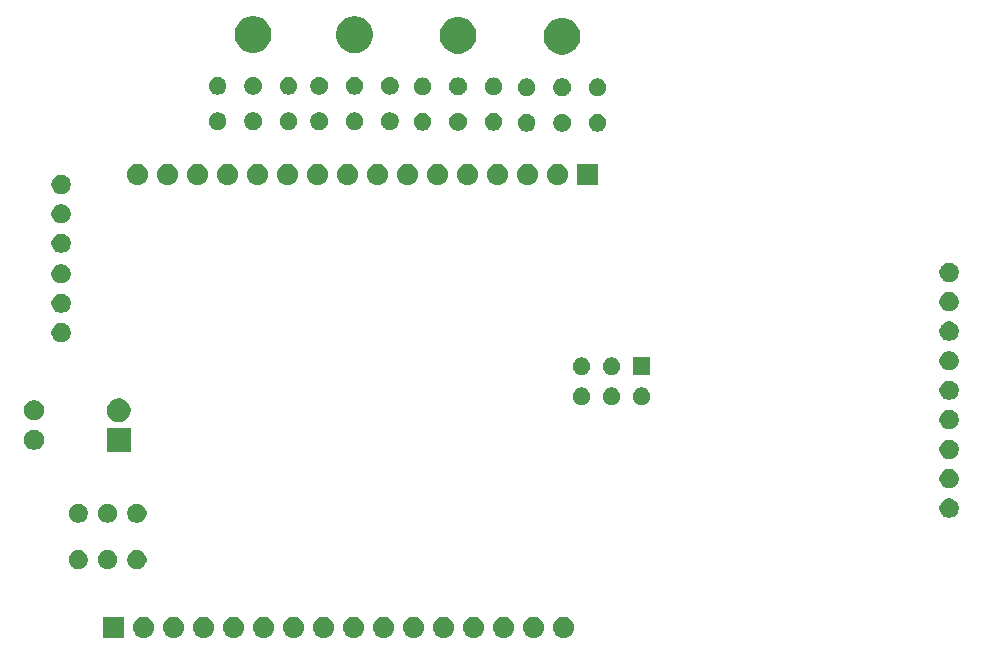
<source format=gbs>
G04 #@! TF.GenerationSoftware,KiCad,Pcbnew,5.0.2-bee76a0~70~ubuntu18.04.1*
G04 #@! TF.CreationDate,2019-11-08T01:10:53-05:00*
G04 #@! TF.ProjectId,controllerBoard,636f6e74-726f-46c6-9c65-72426f617264,rev?*
G04 #@! TF.SameCoordinates,Original*
G04 #@! TF.FileFunction,Soldermask,Bot*
G04 #@! TF.FilePolarity,Negative*
%FSLAX46Y46*%
G04 Gerber Fmt 4.6, Leading zero omitted, Abs format (unit mm)*
G04 Created by KiCad (PCBNEW 5.0.2-bee76a0~70~ubuntu18.04.1) date Fri 08 Nov 2019 01:10:53 AM EST*
%MOMM*%
%LPD*%
G01*
G04 APERTURE LIST*
%ADD10C,0.100000*%
G04 APERTURE END LIST*
D10*
G36*
X114283442Y-112770518D02*
X114349627Y-112777037D01*
X114462853Y-112811384D01*
X114519467Y-112828557D01*
X114658087Y-112902652D01*
X114675991Y-112912222D01*
X114711729Y-112941552D01*
X114813186Y-113024814D01*
X114896448Y-113126271D01*
X114925778Y-113162009D01*
X114925779Y-113162011D01*
X115009443Y-113318533D01*
X115009443Y-113318534D01*
X115060963Y-113488373D01*
X115078359Y-113665000D01*
X115060963Y-113841627D01*
X115026616Y-113954853D01*
X115009443Y-114011467D01*
X114935348Y-114150087D01*
X114925778Y-114167991D01*
X114896448Y-114203729D01*
X114813186Y-114305186D01*
X114711729Y-114388448D01*
X114675991Y-114417778D01*
X114675989Y-114417779D01*
X114519467Y-114501443D01*
X114462853Y-114518616D01*
X114349627Y-114552963D01*
X114283442Y-114559482D01*
X114217260Y-114566000D01*
X114128740Y-114566000D01*
X114062558Y-114559482D01*
X113996373Y-114552963D01*
X113883147Y-114518616D01*
X113826533Y-114501443D01*
X113670011Y-114417779D01*
X113670009Y-114417778D01*
X113634271Y-114388448D01*
X113532814Y-114305186D01*
X113449552Y-114203729D01*
X113420222Y-114167991D01*
X113410652Y-114150087D01*
X113336557Y-114011467D01*
X113319384Y-113954853D01*
X113285037Y-113841627D01*
X113267641Y-113665000D01*
X113285037Y-113488373D01*
X113336557Y-113318534D01*
X113336557Y-113318533D01*
X113420221Y-113162011D01*
X113420222Y-113162009D01*
X113449552Y-113126271D01*
X113532814Y-113024814D01*
X113634271Y-112941552D01*
X113670009Y-112912222D01*
X113687913Y-112902652D01*
X113826533Y-112828557D01*
X113883147Y-112811384D01*
X113996373Y-112777037D01*
X114062558Y-112770518D01*
X114128740Y-112764000D01*
X114217260Y-112764000D01*
X114283442Y-112770518D01*
X114283442Y-112770518D01*
G37*
G36*
X96503442Y-112770518D02*
X96569627Y-112777037D01*
X96682853Y-112811384D01*
X96739467Y-112828557D01*
X96878087Y-112902652D01*
X96895991Y-112912222D01*
X96931729Y-112941552D01*
X97033186Y-113024814D01*
X97116448Y-113126271D01*
X97145778Y-113162009D01*
X97145779Y-113162011D01*
X97229443Y-113318533D01*
X97229443Y-113318534D01*
X97280963Y-113488373D01*
X97298359Y-113665000D01*
X97280963Y-113841627D01*
X97246616Y-113954853D01*
X97229443Y-114011467D01*
X97155348Y-114150087D01*
X97145778Y-114167991D01*
X97116448Y-114203729D01*
X97033186Y-114305186D01*
X96931729Y-114388448D01*
X96895991Y-114417778D01*
X96895989Y-114417779D01*
X96739467Y-114501443D01*
X96682853Y-114518616D01*
X96569627Y-114552963D01*
X96503442Y-114559482D01*
X96437260Y-114566000D01*
X96348740Y-114566000D01*
X96282558Y-114559482D01*
X96216373Y-114552963D01*
X96103147Y-114518616D01*
X96046533Y-114501443D01*
X95890011Y-114417779D01*
X95890009Y-114417778D01*
X95854271Y-114388448D01*
X95752814Y-114305186D01*
X95669552Y-114203729D01*
X95640222Y-114167991D01*
X95630652Y-114150087D01*
X95556557Y-114011467D01*
X95539384Y-113954853D01*
X95505037Y-113841627D01*
X95487641Y-113665000D01*
X95505037Y-113488373D01*
X95556557Y-113318534D01*
X95556557Y-113318533D01*
X95640221Y-113162011D01*
X95640222Y-113162009D01*
X95669552Y-113126271D01*
X95752814Y-113024814D01*
X95854271Y-112941552D01*
X95890009Y-112912222D01*
X95907913Y-112902652D01*
X96046533Y-112828557D01*
X96103147Y-112811384D01*
X96216373Y-112777037D01*
X96282558Y-112770518D01*
X96348740Y-112764000D01*
X96437260Y-112764000D01*
X96503442Y-112770518D01*
X96503442Y-112770518D01*
G37*
G36*
X76974000Y-114566000D02*
X75172000Y-114566000D01*
X75172000Y-112764000D01*
X76974000Y-112764000D01*
X76974000Y-114566000D01*
X76974000Y-114566000D01*
G37*
G36*
X78723442Y-112770518D02*
X78789627Y-112777037D01*
X78902853Y-112811384D01*
X78959467Y-112828557D01*
X79098087Y-112902652D01*
X79115991Y-112912222D01*
X79151729Y-112941552D01*
X79253186Y-113024814D01*
X79336448Y-113126271D01*
X79365778Y-113162009D01*
X79365779Y-113162011D01*
X79449443Y-113318533D01*
X79449443Y-113318534D01*
X79500963Y-113488373D01*
X79518359Y-113665000D01*
X79500963Y-113841627D01*
X79466616Y-113954853D01*
X79449443Y-114011467D01*
X79375348Y-114150087D01*
X79365778Y-114167991D01*
X79336448Y-114203729D01*
X79253186Y-114305186D01*
X79151729Y-114388448D01*
X79115991Y-114417778D01*
X79115989Y-114417779D01*
X78959467Y-114501443D01*
X78902853Y-114518616D01*
X78789627Y-114552963D01*
X78723442Y-114559482D01*
X78657260Y-114566000D01*
X78568740Y-114566000D01*
X78502558Y-114559482D01*
X78436373Y-114552963D01*
X78323147Y-114518616D01*
X78266533Y-114501443D01*
X78110011Y-114417779D01*
X78110009Y-114417778D01*
X78074271Y-114388448D01*
X77972814Y-114305186D01*
X77889552Y-114203729D01*
X77860222Y-114167991D01*
X77850652Y-114150087D01*
X77776557Y-114011467D01*
X77759384Y-113954853D01*
X77725037Y-113841627D01*
X77707641Y-113665000D01*
X77725037Y-113488373D01*
X77776557Y-113318534D01*
X77776557Y-113318533D01*
X77860221Y-113162011D01*
X77860222Y-113162009D01*
X77889552Y-113126271D01*
X77972814Y-113024814D01*
X78074271Y-112941552D01*
X78110009Y-112912222D01*
X78127913Y-112902652D01*
X78266533Y-112828557D01*
X78323147Y-112811384D01*
X78436373Y-112777037D01*
X78502558Y-112770518D01*
X78568740Y-112764000D01*
X78657260Y-112764000D01*
X78723442Y-112770518D01*
X78723442Y-112770518D01*
G37*
G36*
X81263442Y-112770518D02*
X81329627Y-112777037D01*
X81442853Y-112811384D01*
X81499467Y-112828557D01*
X81638087Y-112902652D01*
X81655991Y-112912222D01*
X81691729Y-112941552D01*
X81793186Y-113024814D01*
X81876448Y-113126271D01*
X81905778Y-113162009D01*
X81905779Y-113162011D01*
X81989443Y-113318533D01*
X81989443Y-113318534D01*
X82040963Y-113488373D01*
X82058359Y-113665000D01*
X82040963Y-113841627D01*
X82006616Y-113954853D01*
X81989443Y-114011467D01*
X81915348Y-114150087D01*
X81905778Y-114167991D01*
X81876448Y-114203729D01*
X81793186Y-114305186D01*
X81691729Y-114388448D01*
X81655991Y-114417778D01*
X81655989Y-114417779D01*
X81499467Y-114501443D01*
X81442853Y-114518616D01*
X81329627Y-114552963D01*
X81263442Y-114559482D01*
X81197260Y-114566000D01*
X81108740Y-114566000D01*
X81042558Y-114559482D01*
X80976373Y-114552963D01*
X80863147Y-114518616D01*
X80806533Y-114501443D01*
X80650011Y-114417779D01*
X80650009Y-114417778D01*
X80614271Y-114388448D01*
X80512814Y-114305186D01*
X80429552Y-114203729D01*
X80400222Y-114167991D01*
X80390652Y-114150087D01*
X80316557Y-114011467D01*
X80299384Y-113954853D01*
X80265037Y-113841627D01*
X80247641Y-113665000D01*
X80265037Y-113488373D01*
X80316557Y-113318534D01*
X80316557Y-113318533D01*
X80400221Y-113162011D01*
X80400222Y-113162009D01*
X80429552Y-113126271D01*
X80512814Y-113024814D01*
X80614271Y-112941552D01*
X80650009Y-112912222D01*
X80667913Y-112902652D01*
X80806533Y-112828557D01*
X80863147Y-112811384D01*
X80976373Y-112777037D01*
X81042558Y-112770518D01*
X81108740Y-112764000D01*
X81197260Y-112764000D01*
X81263442Y-112770518D01*
X81263442Y-112770518D01*
G37*
G36*
X83803442Y-112770518D02*
X83869627Y-112777037D01*
X83982853Y-112811384D01*
X84039467Y-112828557D01*
X84178087Y-112902652D01*
X84195991Y-112912222D01*
X84231729Y-112941552D01*
X84333186Y-113024814D01*
X84416448Y-113126271D01*
X84445778Y-113162009D01*
X84445779Y-113162011D01*
X84529443Y-113318533D01*
X84529443Y-113318534D01*
X84580963Y-113488373D01*
X84598359Y-113665000D01*
X84580963Y-113841627D01*
X84546616Y-113954853D01*
X84529443Y-114011467D01*
X84455348Y-114150087D01*
X84445778Y-114167991D01*
X84416448Y-114203729D01*
X84333186Y-114305186D01*
X84231729Y-114388448D01*
X84195991Y-114417778D01*
X84195989Y-114417779D01*
X84039467Y-114501443D01*
X83982853Y-114518616D01*
X83869627Y-114552963D01*
X83803442Y-114559482D01*
X83737260Y-114566000D01*
X83648740Y-114566000D01*
X83582558Y-114559482D01*
X83516373Y-114552963D01*
X83403147Y-114518616D01*
X83346533Y-114501443D01*
X83190011Y-114417779D01*
X83190009Y-114417778D01*
X83154271Y-114388448D01*
X83052814Y-114305186D01*
X82969552Y-114203729D01*
X82940222Y-114167991D01*
X82930652Y-114150087D01*
X82856557Y-114011467D01*
X82839384Y-113954853D01*
X82805037Y-113841627D01*
X82787641Y-113665000D01*
X82805037Y-113488373D01*
X82856557Y-113318534D01*
X82856557Y-113318533D01*
X82940221Y-113162011D01*
X82940222Y-113162009D01*
X82969552Y-113126271D01*
X83052814Y-113024814D01*
X83154271Y-112941552D01*
X83190009Y-112912222D01*
X83207913Y-112902652D01*
X83346533Y-112828557D01*
X83403147Y-112811384D01*
X83516373Y-112777037D01*
X83582558Y-112770518D01*
X83648740Y-112764000D01*
X83737260Y-112764000D01*
X83803442Y-112770518D01*
X83803442Y-112770518D01*
G37*
G36*
X86343442Y-112770518D02*
X86409627Y-112777037D01*
X86522853Y-112811384D01*
X86579467Y-112828557D01*
X86718087Y-112902652D01*
X86735991Y-112912222D01*
X86771729Y-112941552D01*
X86873186Y-113024814D01*
X86956448Y-113126271D01*
X86985778Y-113162009D01*
X86985779Y-113162011D01*
X87069443Y-113318533D01*
X87069443Y-113318534D01*
X87120963Y-113488373D01*
X87138359Y-113665000D01*
X87120963Y-113841627D01*
X87086616Y-113954853D01*
X87069443Y-114011467D01*
X86995348Y-114150087D01*
X86985778Y-114167991D01*
X86956448Y-114203729D01*
X86873186Y-114305186D01*
X86771729Y-114388448D01*
X86735991Y-114417778D01*
X86735989Y-114417779D01*
X86579467Y-114501443D01*
X86522853Y-114518616D01*
X86409627Y-114552963D01*
X86343442Y-114559482D01*
X86277260Y-114566000D01*
X86188740Y-114566000D01*
X86122558Y-114559482D01*
X86056373Y-114552963D01*
X85943147Y-114518616D01*
X85886533Y-114501443D01*
X85730011Y-114417779D01*
X85730009Y-114417778D01*
X85694271Y-114388448D01*
X85592814Y-114305186D01*
X85509552Y-114203729D01*
X85480222Y-114167991D01*
X85470652Y-114150087D01*
X85396557Y-114011467D01*
X85379384Y-113954853D01*
X85345037Y-113841627D01*
X85327641Y-113665000D01*
X85345037Y-113488373D01*
X85396557Y-113318534D01*
X85396557Y-113318533D01*
X85480221Y-113162011D01*
X85480222Y-113162009D01*
X85509552Y-113126271D01*
X85592814Y-113024814D01*
X85694271Y-112941552D01*
X85730009Y-112912222D01*
X85747913Y-112902652D01*
X85886533Y-112828557D01*
X85943147Y-112811384D01*
X86056373Y-112777037D01*
X86122558Y-112770518D01*
X86188740Y-112764000D01*
X86277260Y-112764000D01*
X86343442Y-112770518D01*
X86343442Y-112770518D01*
G37*
G36*
X88883442Y-112770518D02*
X88949627Y-112777037D01*
X89062853Y-112811384D01*
X89119467Y-112828557D01*
X89258087Y-112902652D01*
X89275991Y-112912222D01*
X89311729Y-112941552D01*
X89413186Y-113024814D01*
X89496448Y-113126271D01*
X89525778Y-113162009D01*
X89525779Y-113162011D01*
X89609443Y-113318533D01*
X89609443Y-113318534D01*
X89660963Y-113488373D01*
X89678359Y-113665000D01*
X89660963Y-113841627D01*
X89626616Y-113954853D01*
X89609443Y-114011467D01*
X89535348Y-114150087D01*
X89525778Y-114167991D01*
X89496448Y-114203729D01*
X89413186Y-114305186D01*
X89311729Y-114388448D01*
X89275991Y-114417778D01*
X89275989Y-114417779D01*
X89119467Y-114501443D01*
X89062853Y-114518616D01*
X88949627Y-114552963D01*
X88883442Y-114559482D01*
X88817260Y-114566000D01*
X88728740Y-114566000D01*
X88662558Y-114559482D01*
X88596373Y-114552963D01*
X88483147Y-114518616D01*
X88426533Y-114501443D01*
X88270011Y-114417779D01*
X88270009Y-114417778D01*
X88234271Y-114388448D01*
X88132814Y-114305186D01*
X88049552Y-114203729D01*
X88020222Y-114167991D01*
X88010652Y-114150087D01*
X87936557Y-114011467D01*
X87919384Y-113954853D01*
X87885037Y-113841627D01*
X87867641Y-113665000D01*
X87885037Y-113488373D01*
X87936557Y-113318534D01*
X87936557Y-113318533D01*
X88020221Y-113162011D01*
X88020222Y-113162009D01*
X88049552Y-113126271D01*
X88132814Y-113024814D01*
X88234271Y-112941552D01*
X88270009Y-112912222D01*
X88287913Y-112902652D01*
X88426533Y-112828557D01*
X88483147Y-112811384D01*
X88596373Y-112777037D01*
X88662558Y-112770518D01*
X88728740Y-112764000D01*
X88817260Y-112764000D01*
X88883442Y-112770518D01*
X88883442Y-112770518D01*
G37*
G36*
X91423442Y-112770518D02*
X91489627Y-112777037D01*
X91602853Y-112811384D01*
X91659467Y-112828557D01*
X91798087Y-112902652D01*
X91815991Y-112912222D01*
X91851729Y-112941552D01*
X91953186Y-113024814D01*
X92036448Y-113126271D01*
X92065778Y-113162009D01*
X92065779Y-113162011D01*
X92149443Y-113318533D01*
X92149443Y-113318534D01*
X92200963Y-113488373D01*
X92218359Y-113665000D01*
X92200963Y-113841627D01*
X92166616Y-113954853D01*
X92149443Y-114011467D01*
X92075348Y-114150087D01*
X92065778Y-114167991D01*
X92036448Y-114203729D01*
X91953186Y-114305186D01*
X91851729Y-114388448D01*
X91815991Y-114417778D01*
X91815989Y-114417779D01*
X91659467Y-114501443D01*
X91602853Y-114518616D01*
X91489627Y-114552963D01*
X91423442Y-114559482D01*
X91357260Y-114566000D01*
X91268740Y-114566000D01*
X91202558Y-114559482D01*
X91136373Y-114552963D01*
X91023147Y-114518616D01*
X90966533Y-114501443D01*
X90810011Y-114417779D01*
X90810009Y-114417778D01*
X90774271Y-114388448D01*
X90672814Y-114305186D01*
X90589552Y-114203729D01*
X90560222Y-114167991D01*
X90550652Y-114150087D01*
X90476557Y-114011467D01*
X90459384Y-113954853D01*
X90425037Y-113841627D01*
X90407641Y-113665000D01*
X90425037Y-113488373D01*
X90476557Y-113318534D01*
X90476557Y-113318533D01*
X90560221Y-113162011D01*
X90560222Y-113162009D01*
X90589552Y-113126271D01*
X90672814Y-113024814D01*
X90774271Y-112941552D01*
X90810009Y-112912222D01*
X90827913Y-112902652D01*
X90966533Y-112828557D01*
X91023147Y-112811384D01*
X91136373Y-112777037D01*
X91202558Y-112770518D01*
X91268740Y-112764000D01*
X91357260Y-112764000D01*
X91423442Y-112770518D01*
X91423442Y-112770518D01*
G37*
G36*
X99043442Y-112770518D02*
X99109627Y-112777037D01*
X99222853Y-112811384D01*
X99279467Y-112828557D01*
X99418087Y-112902652D01*
X99435991Y-112912222D01*
X99471729Y-112941552D01*
X99573186Y-113024814D01*
X99656448Y-113126271D01*
X99685778Y-113162009D01*
X99685779Y-113162011D01*
X99769443Y-113318533D01*
X99769443Y-113318534D01*
X99820963Y-113488373D01*
X99838359Y-113665000D01*
X99820963Y-113841627D01*
X99786616Y-113954853D01*
X99769443Y-114011467D01*
X99695348Y-114150087D01*
X99685778Y-114167991D01*
X99656448Y-114203729D01*
X99573186Y-114305186D01*
X99471729Y-114388448D01*
X99435991Y-114417778D01*
X99435989Y-114417779D01*
X99279467Y-114501443D01*
X99222853Y-114518616D01*
X99109627Y-114552963D01*
X99043442Y-114559482D01*
X98977260Y-114566000D01*
X98888740Y-114566000D01*
X98822558Y-114559482D01*
X98756373Y-114552963D01*
X98643147Y-114518616D01*
X98586533Y-114501443D01*
X98430011Y-114417779D01*
X98430009Y-114417778D01*
X98394271Y-114388448D01*
X98292814Y-114305186D01*
X98209552Y-114203729D01*
X98180222Y-114167991D01*
X98170652Y-114150087D01*
X98096557Y-114011467D01*
X98079384Y-113954853D01*
X98045037Y-113841627D01*
X98027641Y-113665000D01*
X98045037Y-113488373D01*
X98096557Y-113318534D01*
X98096557Y-113318533D01*
X98180221Y-113162011D01*
X98180222Y-113162009D01*
X98209552Y-113126271D01*
X98292814Y-113024814D01*
X98394271Y-112941552D01*
X98430009Y-112912222D01*
X98447913Y-112902652D01*
X98586533Y-112828557D01*
X98643147Y-112811384D01*
X98756373Y-112777037D01*
X98822558Y-112770518D01*
X98888740Y-112764000D01*
X98977260Y-112764000D01*
X99043442Y-112770518D01*
X99043442Y-112770518D01*
G37*
G36*
X93963442Y-112770518D02*
X94029627Y-112777037D01*
X94142853Y-112811384D01*
X94199467Y-112828557D01*
X94338087Y-112902652D01*
X94355991Y-112912222D01*
X94391729Y-112941552D01*
X94493186Y-113024814D01*
X94576448Y-113126271D01*
X94605778Y-113162009D01*
X94605779Y-113162011D01*
X94689443Y-113318533D01*
X94689443Y-113318534D01*
X94740963Y-113488373D01*
X94758359Y-113665000D01*
X94740963Y-113841627D01*
X94706616Y-113954853D01*
X94689443Y-114011467D01*
X94615348Y-114150087D01*
X94605778Y-114167991D01*
X94576448Y-114203729D01*
X94493186Y-114305186D01*
X94391729Y-114388448D01*
X94355991Y-114417778D01*
X94355989Y-114417779D01*
X94199467Y-114501443D01*
X94142853Y-114518616D01*
X94029627Y-114552963D01*
X93963442Y-114559482D01*
X93897260Y-114566000D01*
X93808740Y-114566000D01*
X93742558Y-114559482D01*
X93676373Y-114552963D01*
X93563147Y-114518616D01*
X93506533Y-114501443D01*
X93350011Y-114417779D01*
X93350009Y-114417778D01*
X93314271Y-114388448D01*
X93212814Y-114305186D01*
X93129552Y-114203729D01*
X93100222Y-114167991D01*
X93090652Y-114150087D01*
X93016557Y-114011467D01*
X92999384Y-113954853D01*
X92965037Y-113841627D01*
X92947641Y-113665000D01*
X92965037Y-113488373D01*
X93016557Y-113318534D01*
X93016557Y-113318533D01*
X93100221Y-113162011D01*
X93100222Y-113162009D01*
X93129552Y-113126271D01*
X93212814Y-113024814D01*
X93314271Y-112941552D01*
X93350009Y-112912222D01*
X93367913Y-112902652D01*
X93506533Y-112828557D01*
X93563147Y-112811384D01*
X93676373Y-112777037D01*
X93742558Y-112770518D01*
X93808740Y-112764000D01*
X93897260Y-112764000D01*
X93963442Y-112770518D01*
X93963442Y-112770518D01*
G37*
G36*
X111743442Y-112770518D02*
X111809627Y-112777037D01*
X111922853Y-112811384D01*
X111979467Y-112828557D01*
X112118087Y-112902652D01*
X112135991Y-112912222D01*
X112171729Y-112941552D01*
X112273186Y-113024814D01*
X112356448Y-113126271D01*
X112385778Y-113162009D01*
X112385779Y-113162011D01*
X112469443Y-113318533D01*
X112469443Y-113318534D01*
X112520963Y-113488373D01*
X112538359Y-113665000D01*
X112520963Y-113841627D01*
X112486616Y-113954853D01*
X112469443Y-114011467D01*
X112395348Y-114150087D01*
X112385778Y-114167991D01*
X112356448Y-114203729D01*
X112273186Y-114305186D01*
X112171729Y-114388448D01*
X112135991Y-114417778D01*
X112135989Y-114417779D01*
X111979467Y-114501443D01*
X111922853Y-114518616D01*
X111809627Y-114552963D01*
X111743442Y-114559482D01*
X111677260Y-114566000D01*
X111588740Y-114566000D01*
X111522558Y-114559482D01*
X111456373Y-114552963D01*
X111343147Y-114518616D01*
X111286533Y-114501443D01*
X111130011Y-114417779D01*
X111130009Y-114417778D01*
X111094271Y-114388448D01*
X110992814Y-114305186D01*
X110909552Y-114203729D01*
X110880222Y-114167991D01*
X110870652Y-114150087D01*
X110796557Y-114011467D01*
X110779384Y-113954853D01*
X110745037Y-113841627D01*
X110727641Y-113665000D01*
X110745037Y-113488373D01*
X110796557Y-113318534D01*
X110796557Y-113318533D01*
X110880221Y-113162011D01*
X110880222Y-113162009D01*
X110909552Y-113126271D01*
X110992814Y-113024814D01*
X111094271Y-112941552D01*
X111130009Y-112912222D01*
X111147913Y-112902652D01*
X111286533Y-112828557D01*
X111343147Y-112811384D01*
X111456373Y-112777037D01*
X111522558Y-112770518D01*
X111588740Y-112764000D01*
X111677260Y-112764000D01*
X111743442Y-112770518D01*
X111743442Y-112770518D01*
G37*
G36*
X109203442Y-112770518D02*
X109269627Y-112777037D01*
X109382853Y-112811384D01*
X109439467Y-112828557D01*
X109578087Y-112902652D01*
X109595991Y-112912222D01*
X109631729Y-112941552D01*
X109733186Y-113024814D01*
X109816448Y-113126271D01*
X109845778Y-113162009D01*
X109845779Y-113162011D01*
X109929443Y-113318533D01*
X109929443Y-113318534D01*
X109980963Y-113488373D01*
X109998359Y-113665000D01*
X109980963Y-113841627D01*
X109946616Y-113954853D01*
X109929443Y-114011467D01*
X109855348Y-114150087D01*
X109845778Y-114167991D01*
X109816448Y-114203729D01*
X109733186Y-114305186D01*
X109631729Y-114388448D01*
X109595991Y-114417778D01*
X109595989Y-114417779D01*
X109439467Y-114501443D01*
X109382853Y-114518616D01*
X109269627Y-114552963D01*
X109203442Y-114559482D01*
X109137260Y-114566000D01*
X109048740Y-114566000D01*
X108982558Y-114559482D01*
X108916373Y-114552963D01*
X108803147Y-114518616D01*
X108746533Y-114501443D01*
X108590011Y-114417779D01*
X108590009Y-114417778D01*
X108554271Y-114388448D01*
X108452814Y-114305186D01*
X108369552Y-114203729D01*
X108340222Y-114167991D01*
X108330652Y-114150087D01*
X108256557Y-114011467D01*
X108239384Y-113954853D01*
X108205037Y-113841627D01*
X108187641Y-113665000D01*
X108205037Y-113488373D01*
X108256557Y-113318534D01*
X108256557Y-113318533D01*
X108340221Y-113162011D01*
X108340222Y-113162009D01*
X108369552Y-113126271D01*
X108452814Y-113024814D01*
X108554271Y-112941552D01*
X108590009Y-112912222D01*
X108607913Y-112902652D01*
X108746533Y-112828557D01*
X108803147Y-112811384D01*
X108916373Y-112777037D01*
X108982558Y-112770518D01*
X109048740Y-112764000D01*
X109137260Y-112764000D01*
X109203442Y-112770518D01*
X109203442Y-112770518D01*
G37*
G36*
X106663442Y-112770518D02*
X106729627Y-112777037D01*
X106842853Y-112811384D01*
X106899467Y-112828557D01*
X107038087Y-112902652D01*
X107055991Y-112912222D01*
X107091729Y-112941552D01*
X107193186Y-113024814D01*
X107276448Y-113126271D01*
X107305778Y-113162009D01*
X107305779Y-113162011D01*
X107389443Y-113318533D01*
X107389443Y-113318534D01*
X107440963Y-113488373D01*
X107458359Y-113665000D01*
X107440963Y-113841627D01*
X107406616Y-113954853D01*
X107389443Y-114011467D01*
X107315348Y-114150087D01*
X107305778Y-114167991D01*
X107276448Y-114203729D01*
X107193186Y-114305186D01*
X107091729Y-114388448D01*
X107055991Y-114417778D01*
X107055989Y-114417779D01*
X106899467Y-114501443D01*
X106842853Y-114518616D01*
X106729627Y-114552963D01*
X106663442Y-114559482D01*
X106597260Y-114566000D01*
X106508740Y-114566000D01*
X106442558Y-114559482D01*
X106376373Y-114552963D01*
X106263147Y-114518616D01*
X106206533Y-114501443D01*
X106050011Y-114417779D01*
X106050009Y-114417778D01*
X106014271Y-114388448D01*
X105912814Y-114305186D01*
X105829552Y-114203729D01*
X105800222Y-114167991D01*
X105790652Y-114150087D01*
X105716557Y-114011467D01*
X105699384Y-113954853D01*
X105665037Y-113841627D01*
X105647641Y-113665000D01*
X105665037Y-113488373D01*
X105716557Y-113318534D01*
X105716557Y-113318533D01*
X105800221Y-113162011D01*
X105800222Y-113162009D01*
X105829552Y-113126271D01*
X105912814Y-113024814D01*
X106014271Y-112941552D01*
X106050009Y-112912222D01*
X106067913Y-112902652D01*
X106206533Y-112828557D01*
X106263147Y-112811384D01*
X106376373Y-112777037D01*
X106442558Y-112770518D01*
X106508740Y-112764000D01*
X106597260Y-112764000D01*
X106663442Y-112770518D01*
X106663442Y-112770518D01*
G37*
G36*
X104123442Y-112770518D02*
X104189627Y-112777037D01*
X104302853Y-112811384D01*
X104359467Y-112828557D01*
X104498087Y-112902652D01*
X104515991Y-112912222D01*
X104551729Y-112941552D01*
X104653186Y-113024814D01*
X104736448Y-113126271D01*
X104765778Y-113162009D01*
X104765779Y-113162011D01*
X104849443Y-113318533D01*
X104849443Y-113318534D01*
X104900963Y-113488373D01*
X104918359Y-113665000D01*
X104900963Y-113841627D01*
X104866616Y-113954853D01*
X104849443Y-114011467D01*
X104775348Y-114150087D01*
X104765778Y-114167991D01*
X104736448Y-114203729D01*
X104653186Y-114305186D01*
X104551729Y-114388448D01*
X104515991Y-114417778D01*
X104515989Y-114417779D01*
X104359467Y-114501443D01*
X104302853Y-114518616D01*
X104189627Y-114552963D01*
X104123442Y-114559482D01*
X104057260Y-114566000D01*
X103968740Y-114566000D01*
X103902558Y-114559482D01*
X103836373Y-114552963D01*
X103723147Y-114518616D01*
X103666533Y-114501443D01*
X103510011Y-114417779D01*
X103510009Y-114417778D01*
X103474271Y-114388448D01*
X103372814Y-114305186D01*
X103289552Y-114203729D01*
X103260222Y-114167991D01*
X103250652Y-114150087D01*
X103176557Y-114011467D01*
X103159384Y-113954853D01*
X103125037Y-113841627D01*
X103107641Y-113665000D01*
X103125037Y-113488373D01*
X103176557Y-113318534D01*
X103176557Y-113318533D01*
X103260221Y-113162011D01*
X103260222Y-113162009D01*
X103289552Y-113126271D01*
X103372814Y-113024814D01*
X103474271Y-112941552D01*
X103510009Y-112912222D01*
X103527913Y-112902652D01*
X103666533Y-112828557D01*
X103723147Y-112811384D01*
X103836373Y-112777037D01*
X103902558Y-112770518D01*
X103968740Y-112764000D01*
X104057260Y-112764000D01*
X104123442Y-112770518D01*
X104123442Y-112770518D01*
G37*
G36*
X101583442Y-112770518D02*
X101649627Y-112777037D01*
X101762853Y-112811384D01*
X101819467Y-112828557D01*
X101958087Y-112902652D01*
X101975991Y-112912222D01*
X102011729Y-112941552D01*
X102113186Y-113024814D01*
X102196448Y-113126271D01*
X102225778Y-113162009D01*
X102225779Y-113162011D01*
X102309443Y-113318533D01*
X102309443Y-113318534D01*
X102360963Y-113488373D01*
X102378359Y-113665000D01*
X102360963Y-113841627D01*
X102326616Y-113954853D01*
X102309443Y-114011467D01*
X102235348Y-114150087D01*
X102225778Y-114167991D01*
X102196448Y-114203729D01*
X102113186Y-114305186D01*
X102011729Y-114388448D01*
X101975991Y-114417778D01*
X101975989Y-114417779D01*
X101819467Y-114501443D01*
X101762853Y-114518616D01*
X101649627Y-114552963D01*
X101583442Y-114559482D01*
X101517260Y-114566000D01*
X101428740Y-114566000D01*
X101362558Y-114559482D01*
X101296373Y-114552963D01*
X101183147Y-114518616D01*
X101126533Y-114501443D01*
X100970011Y-114417779D01*
X100970009Y-114417778D01*
X100934271Y-114388448D01*
X100832814Y-114305186D01*
X100749552Y-114203729D01*
X100720222Y-114167991D01*
X100710652Y-114150087D01*
X100636557Y-114011467D01*
X100619384Y-113954853D01*
X100585037Y-113841627D01*
X100567641Y-113665000D01*
X100585037Y-113488373D01*
X100636557Y-113318534D01*
X100636557Y-113318533D01*
X100720221Y-113162011D01*
X100720222Y-113162009D01*
X100749552Y-113126271D01*
X100832814Y-113024814D01*
X100934271Y-112941552D01*
X100970009Y-112912222D01*
X100987913Y-112902652D01*
X101126533Y-112828557D01*
X101183147Y-112811384D01*
X101296373Y-112777037D01*
X101362558Y-112770518D01*
X101428740Y-112764000D01*
X101517260Y-112764000D01*
X101583442Y-112770518D01*
X101583442Y-112770518D01*
G37*
G36*
X75802142Y-107168242D02*
X75950102Y-107229530D01*
X76083258Y-107318502D01*
X76196498Y-107431742D01*
X76285470Y-107564898D01*
X76346758Y-107712858D01*
X76378000Y-107869925D01*
X76378000Y-108030075D01*
X76346758Y-108187142D01*
X76285470Y-108335102D01*
X76196498Y-108468258D01*
X76083258Y-108581498D01*
X75950102Y-108670470D01*
X75802142Y-108731758D01*
X75645075Y-108763000D01*
X75484925Y-108763000D01*
X75327858Y-108731758D01*
X75179898Y-108670470D01*
X75046742Y-108581498D01*
X74933502Y-108468258D01*
X74844530Y-108335102D01*
X74783242Y-108187142D01*
X74752000Y-108030075D01*
X74752000Y-107869925D01*
X74783242Y-107712858D01*
X74844530Y-107564898D01*
X74933502Y-107431742D01*
X75046742Y-107318502D01*
X75179898Y-107229530D01*
X75327858Y-107168242D01*
X75484925Y-107137000D01*
X75645075Y-107137000D01*
X75802142Y-107168242D01*
X75802142Y-107168242D01*
G37*
G36*
X78291342Y-107168242D02*
X78439302Y-107229530D01*
X78572458Y-107318502D01*
X78685698Y-107431742D01*
X78774670Y-107564898D01*
X78835958Y-107712858D01*
X78867200Y-107869925D01*
X78867200Y-108030075D01*
X78835958Y-108187142D01*
X78774670Y-108335102D01*
X78685698Y-108468258D01*
X78572458Y-108581498D01*
X78439302Y-108670470D01*
X78291342Y-108731758D01*
X78134275Y-108763000D01*
X77974125Y-108763000D01*
X77817058Y-108731758D01*
X77669098Y-108670470D01*
X77535942Y-108581498D01*
X77422702Y-108468258D01*
X77333730Y-108335102D01*
X77272442Y-108187142D01*
X77241200Y-108030075D01*
X77241200Y-107869925D01*
X77272442Y-107712858D01*
X77333730Y-107564898D01*
X77422702Y-107431742D01*
X77535942Y-107318502D01*
X77669098Y-107229530D01*
X77817058Y-107168242D01*
X77974125Y-107137000D01*
X78134275Y-107137000D01*
X78291342Y-107168242D01*
X78291342Y-107168242D01*
G37*
G36*
X73312942Y-107168242D02*
X73460902Y-107229530D01*
X73594058Y-107318502D01*
X73707298Y-107431742D01*
X73796270Y-107564898D01*
X73857558Y-107712858D01*
X73888800Y-107869925D01*
X73888800Y-108030075D01*
X73857558Y-108187142D01*
X73796270Y-108335102D01*
X73707298Y-108468258D01*
X73594058Y-108581498D01*
X73460902Y-108670470D01*
X73312942Y-108731758D01*
X73155875Y-108763000D01*
X72995725Y-108763000D01*
X72838658Y-108731758D01*
X72690698Y-108670470D01*
X72557542Y-108581498D01*
X72444302Y-108468258D01*
X72355330Y-108335102D01*
X72294042Y-108187142D01*
X72262800Y-108030075D01*
X72262800Y-107869925D01*
X72294042Y-107712858D01*
X72355330Y-107564898D01*
X72444302Y-107431742D01*
X72557542Y-107318502D01*
X72690698Y-107229530D01*
X72838658Y-107168242D01*
X72995725Y-107137000D01*
X73155875Y-107137000D01*
X73312942Y-107168242D01*
X73312942Y-107168242D01*
G37*
G36*
X78291342Y-103231242D02*
X78439302Y-103292530D01*
X78572458Y-103381502D01*
X78685698Y-103494742D01*
X78774670Y-103627898D01*
X78835958Y-103775858D01*
X78867200Y-103932925D01*
X78867200Y-104093075D01*
X78835958Y-104250142D01*
X78774670Y-104398102D01*
X78685698Y-104531258D01*
X78572458Y-104644498D01*
X78439302Y-104733470D01*
X78291342Y-104794758D01*
X78134275Y-104826000D01*
X77974125Y-104826000D01*
X77817058Y-104794758D01*
X77669098Y-104733470D01*
X77535942Y-104644498D01*
X77422702Y-104531258D01*
X77333730Y-104398102D01*
X77272442Y-104250142D01*
X77241200Y-104093075D01*
X77241200Y-103932925D01*
X77272442Y-103775858D01*
X77333730Y-103627898D01*
X77422702Y-103494742D01*
X77535942Y-103381502D01*
X77669098Y-103292530D01*
X77817058Y-103231242D01*
X77974125Y-103200000D01*
X78134275Y-103200000D01*
X78291342Y-103231242D01*
X78291342Y-103231242D01*
G37*
G36*
X75802142Y-103231242D02*
X75950102Y-103292530D01*
X76083258Y-103381502D01*
X76196498Y-103494742D01*
X76285470Y-103627898D01*
X76346758Y-103775858D01*
X76378000Y-103932925D01*
X76378000Y-104093075D01*
X76346758Y-104250142D01*
X76285470Y-104398102D01*
X76196498Y-104531258D01*
X76083258Y-104644498D01*
X75950102Y-104733470D01*
X75802142Y-104794758D01*
X75645075Y-104826000D01*
X75484925Y-104826000D01*
X75327858Y-104794758D01*
X75179898Y-104733470D01*
X75046742Y-104644498D01*
X74933502Y-104531258D01*
X74844530Y-104398102D01*
X74783242Y-104250142D01*
X74752000Y-104093075D01*
X74752000Y-103932925D01*
X74783242Y-103775858D01*
X74844530Y-103627898D01*
X74933502Y-103494742D01*
X75046742Y-103381502D01*
X75179898Y-103292530D01*
X75327858Y-103231242D01*
X75484925Y-103200000D01*
X75645075Y-103200000D01*
X75802142Y-103231242D01*
X75802142Y-103231242D01*
G37*
G36*
X73312942Y-103231242D02*
X73460902Y-103292530D01*
X73594058Y-103381502D01*
X73707298Y-103494742D01*
X73796270Y-103627898D01*
X73857558Y-103775858D01*
X73888800Y-103932925D01*
X73888800Y-104093075D01*
X73857558Y-104250142D01*
X73796270Y-104398102D01*
X73707298Y-104531258D01*
X73594058Y-104644498D01*
X73460902Y-104733470D01*
X73312942Y-104794758D01*
X73155875Y-104826000D01*
X72995725Y-104826000D01*
X72838658Y-104794758D01*
X72690698Y-104733470D01*
X72557542Y-104644498D01*
X72444302Y-104531258D01*
X72355330Y-104398102D01*
X72294042Y-104250142D01*
X72262800Y-104093075D01*
X72262800Y-103932925D01*
X72294042Y-103775858D01*
X72355330Y-103627898D01*
X72444302Y-103494742D01*
X72557542Y-103381502D01*
X72690698Y-103292530D01*
X72838658Y-103231242D01*
X72995725Y-103200000D01*
X73155875Y-103200000D01*
X73312942Y-103231242D01*
X73312942Y-103231242D01*
G37*
G36*
X147049142Y-102799442D02*
X147197102Y-102860730D01*
X147330258Y-102949702D01*
X147443498Y-103062942D01*
X147532470Y-103196098D01*
X147593758Y-103344058D01*
X147625000Y-103501125D01*
X147625000Y-103661275D01*
X147593758Y-103818342D01*
X147532470Y-103966302D01*
X147443498Y-104099458D01*
X147330258Y-104212698D01*
X147197102Y-104301670D01*
X147049142Y-104362958D01*
X146892075Y-104394200D01*
X146731925Y-104394200D01*
X146574858Y-104362958D01*
X146426898Y-104301670D01*
X146293742Y-104212698D01*
X146180502Y-104099458D01*
X146091530Y-103966302D01*
X146030242Y-103818342D01*
X145999000Y-103661275D01*
X145999000Y-103501125D01*
X146030242Y-103344058D01*
X146091530Y-103196098D01*
X146180502Y-103062942D01*
X146293742Y-102949702D01*
X146426898Y-102860730D01*
X146574858Y-102799442D01*
X146731925Y-102768200D01*
X146892075Y-102768200D01*
X147049142Y-102799442D01*
X147049142Y-102799442D01*
G37*
G36*
X147049142Y-100310242D02*
X147197102Y-100371530D01*
X147330258Y-100460502D01*
X147443498Y-100573742D01*
X147532470Y-100706898D01*
X147593758Y-100854858D01*
X147625000Y-101011925D01*
X147625000Y-101172075D01*
X147593758Y-101329142D01*
X147532470Y-101477102D01*
X147443498Y-101610258D01*
X147330258Y-101723498D01*
X147197102Y-101812470D01*
X147049142Y-101873758D01*
X146892075Y-101905000D01*
X146731925Y-101905000D01*
X146574858Y-101873758D01*
X146426898Y-101812470D01*
X146293742Y-101723498D01*
X146180502Y-101610258D01*
X146091530Y-101477102D01*
X146030242Y-101329142D01*
X145999000Y-101172075D01*
X145999000Y-101011925D01*
X146030242Y-100854858D01*
X146091530Y-100706898D01*
X146180502Y-100573742D01*
X146293742Y-100460502D01*
X146426898Y-100371530D01*
X146574858Y-100310242D01*
X146731925Y-100279000D01*
X146892075Y-100279000D01*
X147049142Y-100310242D01*
X147049142Y-100310242D01*
G37*
G36*
X147049142Y-97821042D02*
X147197102Y-97882330D01*
X147330258Y-97971302D01*
X147443498Y-98084542D01*
X147532470Y-98217698D01*
X147593758Y-98365658D01*
X147625000Y-98522725D01*
X147625000Y-98682875D01*
X147593758Y-98839942D01*
X147532470Y-98987902D01*
X147443498Y-99121058D01*
X147330258Y-99234298D01*
X147197102Y-99323270D01*
X147049142Y-99384558D01*
X146892075Y-99415800D01*
X146731925Y-99415800D01*
X146574858Y-99384558D01*
X146426898Y-99323270D01*
X146293742Y-99234298D01*
X146180502Y-99121058D01*
X146091530Y-98987902D01*
X146030242Y-98839942D01*
X145999000Y-98682875D01*
X145999000Y-98522725D01*
X146030242Y-98365658D01*
X146091530Y-98217698D01*
X146180502Y-98084542D01*
X146293742Y-97971302D01*
X146426898Y-97882330D01*
X146574858Y-97821042D01*
X146731925Y-97789800D01*
X146892075Y-97789800D01*
X147049142Y-97821042D01*
X147049142Y-97821042D01*
G37*
G36*
X77523000Y-98791000D02*
X75521000Y-98791000D01*
X75521000Y-96789000D01*
X77523000Y-96789000D01*
X77523000Y-98791000D01*
X77523000Y-98791000D01*
G37*
G36*
X69590228Y-96971703D02*
X69745100Y-97035853D01*
X69884481Y-97128985D01*
X70003015Y-97247519D01*
X70096147Y-97386900D01*
X70160297Y-97541772D01*
X70193000Y-97706184D01*
X70193000Y-97873816D01*
X70160297Y-98038228D01*
X70096147Y-98193100D01*
X70003015Y-98332481D01*
X69884481Y-98451015D01*
X69745100Y-98544147D01*
X69590228Y-98608297D01*
X69425816Y-98641000D01*
X69258184Y-98641000D01*
X69093772Y-98608297D01*
X68938900Y-98544147D01*
X68799519Y-98451015D01*
X68680985Y-98332481D01*
X68587853Y-98193100D01*
X68523703Y-98038228D01*
X68491000Y-97873816D01*
X68491000Y-97706184D01*
X68523703Y-97541772D01*
X68587853Y-97386900D01*
X68680985Y-97247519D01*
X68799519Y-97128985D01*
X68938900Y-97035853D01*
X69093772Y-96971703D01*
X69258184Y-96939000D01*
X69425816Y-96939000D01*
X69590228Y-96971703D01*
X69590228Y-96971703D01*
G37*
G36*
X147049142Y-95306442D02*
X147197102Y-95367730D01*
X147330258Y-95456702D01*
X147443498Y-95569942D01*
X147532470Y-95703098D01*
X147593758Y-95851058D01*
X147625000Y-96008125D01*
X147625000Y-96168275D01*
X147593758Y-96325342D01*
X147532470Y-96473302D01*
X147443498Y-96606458D01*
X147330258Y-96719698D01*
X147197102Y-96808670D01*
X147049142Y-96869958D01*
X146892075Y-96901200D01*
X146731925Y-96901200D01*
X146574858Y-96869958D01*
X146426898Y-96808670D01*
X146293742Y-96719698D01*
X146180502Y-96606458D01*
X146091530Y-96473302D01*
X146030242Y-96325342D01*
X145999000Y-96168275D01*
X145999000Y-96008125D01*
X146030242Y-95851058D01*
X146091530Y-95703098D01*
X146180502Y-95569942D01*
X146293742Y-95456702D01*
X146426898Y-95367730D01*
X146574858Y-95306442D01*
X146731925Y-95275200D01*
X146892075Y-95275200D01*
X147049142Y-95306442D01*
X147049142Y-95306442D01*
G37*
G36*
X76813981Y-94327468D02*
X76996150Y-94402925D01*
X77160103Y-94512475D01*
X77299525Y-94651897D01*
X77409075Y-94815850D01*
X77484532Y-94998019D01*
X77523000Y-95191410D01*
X77523000Y-95388590D01*
X77484532Y-95581981D01*
X77409075Y-95764150D01*
X77299525Y-95928103D01*
X77160103Y-96067525D01*
X76996150Y-96177075D01*
X76813981Y-96252532D01*
X76620590Y-96291000D01*
X76423410Y-96291000D01*
X76230019Y-96252532D01*
X76047850Y-96177075D01*
X75883897Y-96067525D01*
X75744475Y-95928103D01*
X75634925Y-95764150D01*
X75559468Y-95581981D01*
X75521000Y-95388590D01*
X75521000Y-95191410D01*
X75559468Y-94998019D01*
X75634925Y-94815850D01*
X75744475Y-94651897D01*
X75883897Y-94512475D01*
X76047850Y-94402925D01*
X76230019Y-94327468D01*
X76423410Y-94289000D01*
X76620590Y-94289000D01*
X76813981Y-94327468D01*
X76813981Y-94327468D01*
G37*
G36*
X69590228Y-94471703D02*
X69745100Y-94535853D01*
X69884481Y-94628985D01*
X70003015Y-94747519D01*
X70096147Y-94886900D01*
X70160297Y-95041772D01*
X70193000Y-95206184D01*
X70193000Y-95373816D01*
X70160297Y-95538228D01*
X70096147Y-95693100D01*
X70003015Y-95832481D01*
X69884481Y-95951015D01*
X69745100Y-96044147D01*
X69590228Y-96108297D01*
X69425816Y-96141000D01*
X69258184Y-96141000D01*
X69093772Y-96108297D01*
X68938900Y-96044147D01*
X68799519Y-95951015D01*
X68680985Y-95832481D01*
X68587853Y-95693100D01*
X68523703Y-95538228D01*
X68491000Y-95373816D01*
X68491000Y-95206184D01*
X68523703Y-95041772D01*
X68587853Y-94886900D01*
X68680985Y-94747519D01*
X68799519Y-94628985D01*
X68938900Y-94535853D01*
X69093772Y-94471703D01*
X69258184Y-94439000D01*
X69425816Y-94439000D01*
X69590228Y-94471703D01*
X69590228Y-94471703D01*
G37*
G36*
X115829004Y-93367544D02*
X115916059Y-93384860D01*
X116052732Y-93441472D01*
X116052733Y-93441473D01*
X116175738Y-93523662D01*
X116280338Y-93628262D01*
X116280340Y-93628265D01*
X116362528Y-93751268D01*
X116419140Y-93887941D01*
X116448000Y-94033033D01*
X116448000Y-94180967D01*
X116419140Y-94326059D01*
X116362528Y-94462732D01*
X116356533Y-94471704D01*
X116280338Y-94585738D01*
X116175738Y-94690338D01*
X116175735Y-94690340D01*
X116052732Y-94772528D01*
X115916059Y-94829140D01*
X115829004Y-94846456D01*
X115770969Y-94858000D01*
X115623031Y-94858000D01*
X115564996Y-94846456D01*
X115477941Y-94829140D01*
X115341268Y-94772528D01*
X115218265Y-94690340D01*
X115218262Y-94690338D01*
X115113662Y-94585738D01*
X115037467Y-94471704D01*
X115031472Y-94462732D01*
X114974860Y-94326059D01*
X114946000Y-94180967D01*
X114946000Y-94033033D01*
X114974860Y-93887941D01*
X115031472Y-93751268D01*
X115113660Y-93628265D01*
X115113662Y-93628262D01*
X115218262Y-93523662D01*
X115341267Y-93441473D01*
X115341268Y-93441472D01*
X115477941Y-93384860D01*
X115564996Y-93367544D01*
X115623031Y-93356000D01*
X115770969Y-93356000D01*
X115829004Y-93367544D01*
X115829004Y-93367544D01*
G37*
G36*
X118369004Y-93367544D02*
X118456059Y-93384860D01*
X118592732Y-93441472D01*
X118592733Y-93441473D01*
X118715738Y-93523662D01*
X118820338Y-93628262D01*
X118820340Y-93628265D01*
X118902528Y-93751268D01*
X118959140Y-93887941D01*
X118988000Y-94033033D01*
X118988000Y-94180967D01*
X118959140Y-94326059D01*
X118902528Y-94462732D01*
X118896533Y-94471704D01*
X118820338Y-94585738D01*
X118715738Y-94690338D01*
X118715735Y-94690340D01*
X118592732Y-94772528D01*
X118456059Y-94829140D01*
X118369004Y-94846456D01*
X118310969Y-94858000D01*
X118163031Y-94858000D01*
X118104996Y-94846456D01*
X118017941Y-94829140D01*
X117881268Y-94772528D01*
X117758265Y-94690340D01*
X117758262Y-94690338D01*
X117653662Y-94585738D01*
X117577467Y-94471704D01*
X117571472Y-94462732D01*
X117514860Y-94326059D01*
X117486000Y-94180967D01*
X117486000Y-94033033D01*
X117514860Y-93887941D01*
X117571472Y-93751268D01*
X117653660Y-93628265D01*
X117653662Y-93628262D01*
X117758262Y-93523662D01*
X117881267Y-93441473D01*
X117881268Y-93441472D01*
X118017941Y-93384860D01*
X118104996Y-93367544D01*
X118163031Y-93356000D01*
X118310969Y-93356000D01*
X118369004Y-93367544D01*
X118369004Y-93367544D01*
G37*
G36*
X120909004Y-93367544D02*
X120996059Y-93384860D01*
X121132732Y-93441472D01*
X121132733Y-93441473D01*
X121255738Y-93523662D01*
X121360338Y-93628262D01*
X121360340Y-93628265D01*
X121442528Y-93751268D01*
X121499140Y-93887941D01*
X121528000Y-94033033D01*
X121528000Y-94180967D01*
X121499140Y-94326059D01*
X121442528Y-94462732D01*
X121436533Y-94471704D01*
X121360338Y-94585738D01*
X121255738Y-94690338D01*
X121255735Y-94690340D01*
X121132732Y-94772528D01*
X120996059Y-94829140D01*
X120909004Y-94846456D01*
X120850969Y-94858000D01*
X120703031Y-94858000D01*
X120644996Y-94846456D01*
X120557941Y-94829140D01*
X120421268Y-94772528D01*
X120298265Y-94690340D01*
X120298262Y-94690338D01*
X120193662Y-94585738D01*
X120117467Y-94471704D01*
X120111472Y-94462732D01*
X120054860Y-94326059D01*
X120026000Y-94180967D01*
X120026000Y-94033033D01*
X120054860Y-93887941D01*
X120111472Y-93751268D01*
X120193660Y-93628265D01*
X120193662Y-93628262D01*
X120298262Y-93523662D01*
X120421267Y-93441473D01*
X120421268Y-93441472D01*
X120557941Y-93384860D01*
X120644996Y-93367544D01*
X120703031Y-93356000D01*
X120850969Y-93356000D01*
X120909004Y-93367544D01*
X120909004Y-93367544D01*
G37*
G36*
X147049142Y-92817242D02*
X147197102Y-92878530D01*
X147330258Y-92967502D01*
X147443498Y-93080742D01*
X147532470Y-93213898D01*
X147593758Y-93361858D01*
X147625000Y-93518925D01*
X147625000Y-93679075D01*
X147593758Y-93836142D01*
X147532470Y-93984102D01*
X147443498Y-94117258D01*
X147330258Y-94230498D01*
X147197102Y-94319470D01*
X147197101Y-94319471D01*
X147197100Y-94319471D01*
X147163583Y-94333354D01*
X147049142Y-94380758D01*
X146892075Y-94412000D01*
X146731925Y-94412000D01*
X146574858Y-94380758D01*
X146460417Y-94333354D01*
X146426900Y-94319471D01*
X146426899Y-94319471D01*
X146426898Y-94319470D01*
X146293742Y-94230498D01*
X146180502Y-94117258D01*
X146091530Y-93984102D01*
X146030242Y-93836142D01*
X145999000Y-93679075D01*
X145999000Y-93518925D01*
X146030242Y-93361858D01*
X146091530Y-93213898D01*
X146180502Y-93080742D01*
X146293742Y-92967502D01*
X146426898Y-92878530D01*
X146574858Y-92817242D01*
X146731925Y-92786000D01*
X146892075Y-92786000D01*
X147049142Y-92817242D01*
X147049142Y-92817242D01*
G37*
G36*
X121528000Y-92318000D02*
X120026000Y-92318000D01*
X120026000Y-90816000D01*
X121528000Y-90816000D01*
X121528000Y-92318000D01*
X121528000Y-92318000D01*
G37*
G36*
X118369004Y-90827544D02*
X118456059Y-90844860D01*
X118592732Y-90901472D01*
X118592733Y-90901473D01*
X118715738Y-90983662D01*
X118820338Y-91088262D01*
X118820340Y-91088265D01*
X118902528Y-91211268D01*
X118959140Y-91347941D01*
X118988000Y-91493033D01*
X118988000Y-91640967D01*
X118959140Y-91786059D01*
X118902528Y-91922732D01*
X118821446Y-92044079D01*
X118820338Y-92045738D01*
X118715738Y-92150338D01*
X118715735Y-92150340D01*
X118592732Y-92232528D01*
X118456059Y-92289140D01*
X118369004Y-92306456D01*
X118310969Y-92318000D01*
X118163031Y-92318000D01*
X118104996Y-92306456D01*
X118017941Y-92289140D01*
X117881268Y-92232528D01*
X117758265Y-92150340D01*
X117758262Y-92150338D01*
X117653662Y-92045738D01*
X117652554Y-92044079D01*
X117571472Y-91922732D01*
X117514860Y-91786059D01*
X117486000Y-91640967D01*
X117486000Y-91493033D01*
X117514860Y-91347941D01*
X117571472Y-91211268D01*
X117653660Y-91088265D01*
X117653662Y-91088262D01*
X117758262Y-90983662D01*
X117881267Y-90901473D01*
X117881268Y-90901472D01*
X118017941Y-90844860D01*
X118104996Y-90827544D01*
X118163031Y-90816000D01*
X118310969Y-90816000D01*
X118369004Y-90827544D01*
X118369004Y-90827544D01*
G37*
G36*
X115829004Y-90827544D02*
X115916059Y-90844860D01*
X116052732Y-90901472D01*
X116052733Y-90901473D01*
X116175738Y-90983662D01*
X116280338Y-91088262D01*
X116280340Y-91088265D01*
X116362528Y-91211268D01*
X116419140Y-91347941D01*
X116448000Y-91493033D01*
X116448000Y-91640967D01*
X116419140Y-91786059D01*
X116362528Y-91922732D01*
X116281446Y-92044079D01*
X116280338Y-92045738D01*
X116175738Y-92150338D01*
X116175735Y-92150340D01*
X116052732Y-92232528D01*
X115916059Y-92289140D01*
X115829004Y-92306456D01*
X115770969Y-92318000D01*
X115623031Y-92318000D01*
X115564996Y-92306456D01*
X115477941Y-92289140D01*
X115341268Y-92232528D01*
X115218265Y-92150340D01*
X115218262Y-92150338D01*
X115113662Y-92045738D01*
X115112554Y-92044079D01*
X115031472Y-91922732D01*
X114974860Y-91786059D01*
X114946000Y-91640967D01*
X114946000Y-91493033D01*
X114974860Y-91347941D01*
X115031472Y-91211268D01*
X115113660Y-91088265D01*
X115113662Y-91088262D01*
X115218262Y-90983662D01*
X115341267Y-90901473D01*
X115341268Y-90901472D01*
X115477941Y-90844860D01*
X115564996Y-90827544D01*
X115623031Y-90816000D01*
X115770969Y-90816000D01*
X115829004Y-90827544D01*
X115829004Y-90827544D01*
G37*
G36*
X147049142Y-90328042D02*
X147197102Y-90389330D01*
X147330258Y-90478302D01*
X147443498Y-90591542D01*
X147532470Y-90724698D01*
X147593758Y-90872658D01*
X147625000Y-91029725D01*
X147625000Y-91189875D01*
X147593758Y-91346942D01*
X147532470Y-91494902D01*
X147443498Y-91628058D01*
X147330258Y-91741298D01*
X147197102Y-91830270D01*
X147049142Y-91891558D01*
X146892075Y-91922800D01*
X146731925Y-91922800D01*
X146574858Y-91891558D01*
X146426898Y-91830270D01*
X146293742Y-91741298D01*
X146180502Y-91628058D01*
X146091530Y-91494902D01*
X146030242Y-91346942D01*
X145999000Y-91189875D01*
X145999000Y-91029725D01*
X146030242Y-90872658D01*
X146091530Y-90724698D01*
X146180502Y-90591542D01*
X146293742Y-90478302D01*
X146426898Y-90389330D01*
X146574858Y-90328042D01*
X146731925Y-90296800D01*
X146892075Y-90296800D01*
X147049142Y-90328042D01*
X147049142Y-90328042D01*
G37*
G36*
X71865142Y-87940442D02*
X72013102Y-88001730D01*
X72080130Y-88046517D01*
X72146257Y-88090701D01*
X72259499Y-88203943D01*
X72263613Y-88210100D01*
X72348470Y-88337098D01*
X72409758Y-88485058D01*
X72441000Y-88642125D01*
X72441000Y-88802275D01*
X72409758Y-88959342D01*
X72348470Y-89107302D01*
X72303683Y-89174330D01*
X72259499Y-89240457D01*
X72146257Y-89353699D01*
X72111447Y-89376958D01*
X72013102Y-89442670D01*
X71865142Y-89503958D01*
X71708075Y-89535200D01*
X71547925Y-89535200D01*
X71390858Y-89503958D01*
X71242898Y-89442670D01*
X71144553Y-89376958D01*
X71109743Y-89353699D01*
X70996501Y-89240457D01*
X70952317Y-89174330D01*
X70907530Y-89107302D01*
X70846242Y-88959342D01*
X70815000Y-88802275D01*
X70815000Y-88642125D01*
X70846242Y-88485058D01*
X70907530Y-88337098D01*
X70992387Y-88210100D01*
X70996501Y-88203943D01*
X71109743Y-88090701D01*
X71175870Y-88046517D01*
X71242898Y-88001730D01*
X71390858Y-87940442D01*
X71547925Y-87909200D01*
X71708075Y-87909200D01*
X71865142Y-87940442D01*
X71865142Y-87940442D01*
G37*
G36*
X147049143Y-87813442D02*
X147197103Y-87874730D01*
X147248691Y-87909200D01*
X147330258Y-87963701D01*
X147443500Y-88076943D01*
X147452693Y-88090702D01*
X147532471Y-88210098D01*
X147593759Y-88358058D01*
X147625001Y-88515125D01*
X147625001Y-88675275D01*
X147593759Y-88832342D01*
X147546355Y-88946783D01*
X147532472Y-88980300D01*
X147443500Y-89113457D01*
X147330258Y-89226699D01*
X147309666Y-89240458D01*
X147197103Y-89315670D01*
X147049143Y-89376958D01*
X146892076Y-89408200D01*
X146731926Y-89408200D01*
X146574859Y-89376958D01*
X146426899Y-89315670D01*
X146314336Y-89240458D01*
X146293744Y-89226699D01*
X146180502Y-89113457D01*
X146091530Y-88980300D01*
X146077647Y-88946783D01*
X146030243Y-88832342D01*
X145999001Y-88675275D01*
X145999001Y-88515125D01*
X146030243Y-88358058D01*
X146091531Y-88210098D01*
X146171309Y-88090702D01*
X146180502Y-88076943D01*
X146293744Y-87963701D01*
X146375311Y-87909200D01*
X146426899Y-87874730D01*
X146574859Y-87813442D01*
X146731926Y-87782200D01*
X146892076Y-87782200D01*
X147049143Y-87813442D01*
X147049143Y-87813442D01*
G37*
G36*
X71865142Y-85451242D02*
X72013102Y-85512530D01*
X72080130Y-85557317D01*
X72146257Y-85601501D01*
X72259499Y-85714743D01*
X72263613Y-85720900D01*
X72348470Y-85847898D01*
X72409758Y-85995858D01*
X72441000Y-86152925D01*
X72441000Y-86313075D01*
X72409758Y-86470142D01*
X72348470Y-86618102D01*
X72303683Y-86685130D01*
X72259499Y-86751257D01*
X72146257Y-86864499D01*
X72111447Y-86887758D01*
X72013102Y-86953470D01*
X71865142Y-87014758D01*
X71708075Y-87046000D01*
X71547925Y-87046000D01*
X71390858Y-87014758D01*
X71242898Y-86953470D01*
X71144553Y-86887758D01*
X71109743Y-86864499D01*
X70996501Y-86751257D01*
X70952317Y-86685130D01*
X70907530Y-86618102D01*
X70846242Y-86470142D01*
X70815000Y-86313075D01*
X70815000Y-86152925D01*
X70846242Y-85995858D01*
X70907530Y-85847898D01*
X70992387Y-85720900D01*
X70996501Y-85714743D01*
X71109743Y-85601501D01*
X71175870Y-85557317D01*
X71242898Y-85512530D01*
X71390858Y-85451242D01*
X71547925Y-85420000D01*
X71708075Y-85420000D01*
X71865142Y-85451242D01*
X71865142Y-85451242D01*
G37*
G36*
X147049143Y-85324242D02*
X147197103Y-85385530D01*
X147248691Y-85420000D01*
X147330258Y-85474501D01*
X147443500Y-85587743D01*
X147452693Y-85601502D01*
X147532471Y-85720898D01*
X147593759Y-85868858D01*
X147625001Y-86025925D01*
X147625001Y-86186075D01*
X147593759Y-86343142D01*
X147546355Y-86457583D01*
X147532472Y-86491100D01*
X147443500Y-86624257D01*
X147330258Y-86737499D01*
X147309666Y-86751258D01*
X147197103Y-86826470D01*
X147049143Y-86887758D01*
X146892076Y-86919000D01*
X146731926Y-86919000D01*
X146574859Y-86887758D01*
X146426899Y-86826470D01*
X146314336Y-86751258D01*
X146293744Y-86737499D01*
X146180502Y-86624257D01*
X146091530Y-86491100D01*
X146077647Y-86457583D01*
X146030243Y-86343142D01*
X145999001Y-86186075D01*
X145999001Y-86025925D01*
X146030243Y-85868858D01*
X146091531Y-85720898D01*
X146171309Y-85601502D01*
X146180502Y-85587743D01*
X146293744Y-85474501D01*
X146375311Y-85420000D01*
X146426899Y-85385530D01*
X146574859Y-85324242D01*
X146731926Y-85293000D01*
X146892076Y-85293000D01*
X147049143Y-85324242D01*
X147049143Y-85324242D01*
G37*
G36*
X71865142Y-82962042D02*
X72013102Y-83023330D01*
X72080130Y-83068117D01*
X72146257Y-83112301D01*
X72259499Y-83225543D01*
X72263613Y-83231700D01*
X72348470Y-83358698D01*
X72409758Y-83506658D01*
X72441000Y-83663725D01*
X72441000Y-83823875D01*
X72409758Y-83980942D01*
X72348470Y-84128902D01*
X72303683Y-84195930D01*
X72259499Y-84262057D01*
X72146257Y-84375299D01*
X72111447Y-84398558D01*
X72013102Y-84464270D01*
X71865142Y-84525558D01*
X71708075Y-84556800D01*
X71547925Y-84556800D01*
X71390858Y-84525558D01*
X71242898Y-84464270D01*
X71144553Y-84398558D01*
X71109743Y-84375299D01*
X70996501Y-84262057D01*
X70952317Y-84195930D01*
X70907530Y-84128902D01*
X70846242Y-83980942D01*
X70815000Y-83823875D01*
X70815000Y-83663725D01*
X70846242Y-83506658D01*
X70907530Y-83358698D01*
X70992387Y-83231700D01*
X70996501Y-83225543D01*
X71109743Y-83112301D01*
X71175870Y-83068117D01*
X71242898Y-83023330D01*
X71390858Y-82962042D01*
X71547925Y-82930800D01*
X71708075Y-82930800D01*
X71865142Y-82962042D01*
X71865142Y-82962042D01*
G37*
G36*
X147049143Y-82835042D02*
X147197103Y-82896330D01*
X147248691Y-82930800D01*
X147330258Y-82985301D01*
X147443500Y-83098543D01*
X147452693Y-83112302D01*
X147532471Y-83231698D01*
X147593759Y-83379658D01*
X147625001Y-83536725D01*
X147625001Y-83696875D01*
X147593759Y-83853942D01*
X147546355Y-83968383D01*
X147532472Y-84001900D01*
X147443500Y-84135057D01*
X147330258Y-84248299D01*
X147309666Y-84262058D01*
X147197103Y-84337270D01*
X147049143Y-84398558D01*
X146892076Y-84429800D01*
X146731926Y-84429800D01*
X146574859Y-84398558D01*
X146426899Y-84337270D01*
X146314336Y-84262058D01*
X146293744Y-84248299D01*
X146180502Y-84135057D01*
X146091530Y-84001900D01*
X146077647Y-83968383D01*
X146030243Y-83853942D01*
X145999001Y-83696875D01*
X145999001Y-83536725D01*
X146030243Y-83379658D01*
X146091531Y-83231698D01*
X146171309Y-83112302D01*
X146180502Y-83098543D01*
X146293744Y-82985301D01*
X146375311Y-82930800D01*
X146426899Y-82896330D01*
X146574859Y-82835042D01*
X146731926Y-82803800D01*
X146892076Y-82803800D01*
X147049143Y-82835042D01*
X147049143Y-82835042D01*
G37*
G36*
X71865142Y-80371242D02*
X72013102Y-80432530D01*
X72146258Y-80521502D01*
X72259498Y-80634742D01*
X72348470Y-80767898D01*
X72409758Y-80915858D01*
X72441000Y-81072925D01*
X72441000Y-81233075D01*
X72409758Y-81390142D01*
X72348470Y-81538102D01*
X72259498Y-81671258D01*
X72146258Y-81784498D01*
X72013102Y-81873470D01*
X71865142Y-81934758D01*
X71708075Y-81966000D01*
X71547925Y-81966000D01*
X71390858Y-81934758D01*
X71242898Y-81873470D01*
X71109742Y-81784498D01*
X70996502Y-81671258D01*
X70907530Y-81538102D01*
X70846242Y-81390142D01*
X70815000Y-81233075D01*
X70815000Y-81072925D01*
X70846242Y-80915858D01*
X70907530Y-80767898D01*
X70996502Y-80634742D01*
X71109742Y-80521502D01*
X71242898Y-80432530D01*
X71390858Y-80371242D01*
X71547925Y-80340000D01*
X71708075Y-80340000D01*
X71865142Y-80371242D01*
X71865142Y-80371242D01*
G37*
G36*
X71865142Y-77882042D02*
X72013102Y-77943330D01*
X72146258Y-78032302D01*
X72259498Y-78145542D01*
X72348470Y-78278698D01*
X72409758Y-78426658D01*
X72441000Y-78583725D01*
X72441000Y-78743875D01*
X72409758Y-78900942D01*
X72348470Y-79048902D01*
X72259498Y-79182058D01*
X72146258Y-79295298D01*
X72013102Y-79384270D01*
X71865142Y-79445558D01*
X71708075Y-79476800D01*
X71547925Y-79476800D01*
X71390858Y-79445558D01*
X71242898Y-79384270D01*
X71109742Y-79295298D01*
X70996502Y-79182058D01*
X70907530Y-79048902D01*
X70846242Y-78900942D01*
X70815000Y-78743875D01*
X70815000Y-78583725D01*
X70846242Y-78426658D01*
X70907530Y-78278698D01*
X70996502Y-78145542D01*
X71109742Y-78032302D01*
X71242898Y-77943330D01*
X71390858Y-77882042D01*
X71547925Y-77850800D01*
X71708075Y-77850800D01*
X71865142Y-77882042D01*
X71865142Y-77882042D01*
G37*
G36*
X71865142Y-75392842D02*
X72013102Y-75454130D01*
X72063231Y-75487625D01*
X72146257Y-75543101D01*
X72259499Y-75656343D01*
X72348471Y-75789500D01*
X72362354Y-75823017D01*
X72409758Y-75937458D01*
X72441000Y-76094525D01*
X72441000Y-76254675D01*
X72409758Y-76411742D01*
X72348470Y-76559702D01*
X72259498Y-76692858D01*
X72146258Y-76806098D01*
X72013102Y-76895070D01*
X71865142Y-76956358D01*
X71708075Y-76987600D01*
X71547925Y-76987600D01*
X71390858Y-76956358D01*
X71242898Y-76895070D01*
X71109742Y-76806098D01*
X70996502Y-76692858D01*
X70907530Y-76559702D01*
X70846242Y-76411742D01*
X70815000Y-76254675D01*
X70815000Y-76094525D01*
X70846242Y-75937458D01*
X70893646Y-75823017D01*
X70907529Y-75789500D01*
X70996501Y-75656343D01*
X71109743Y-75543101D01*
X71192769Y-75487625D01*
X71242898Y-75454130D01*
X71390858Y-75392842D01*
X71547925Y-75361600D01*
X71708075Y-75361600D01*
X71865142Y-75392842D01*
X71865142Y-75392842D01*
G37*
G36*
X101075443Y-74416519D02*
X101141627Y-74423037D01*
X101254853Y-74457384D01*
X101311467Y-74474557D01*
X101450087Y-74548652D01*
X101467991Y-74558222D01*
X101503729Y-74587552D01*
X101605186Y-74670814D01*
X101688448Y-74772271D01*
X101717778Y-74808009D01*
X101717779Y-74808011D01*
X101801443Y-74964533D01*
X101801443Y-74964534D01*
X101852963Y-75134373D01*
X101870359Y-75311000D01*
X101852963Y-75487627D01*
X101836135Y-75543101D01*
X101801443Y-75657467D01*
X101730870Y-75789498D01*
X101717778Y-75813991D01*
X101688448Y-75849729D01*
X101605186Y-75951186D01*
X101503729Y-76034448D01*
X101467991Y-76063778D01*
X101467989Y-76063779D01*
X101311467Y-76147443D01*
X101254853Y-76164616D01*
X101141627Y-76198963D01*
X101075443Y-76205481D01*
X101009260Y-76212000D01*
X100920740Y-76212000D01*
X100854557Y-76205481D01*
X100788373Y-76198963D01*
X100675147Y-76164616D01*
X100618533Y-76147443D01*
X100462011Y-76063779D01*
X100462009Y-76063778D01*
X100426271Y-76034448D01*
X100324814Y-75951186D01*
X100241552Y-75849729D01*
X100212222Y-75813991D01*
X100199130Y-75789498D01*
X100128557Y-75657467D01*
X100093865Y-75543101D01*
X100077037Y-75487627D01*
X100059641Y-75311000D01*
X100077037Y-75134373D01*
X100128557Y-74964534D01*
X100128557Y-74964533D01*
X100212221Y-74808011D01*
X100212222Y-74808009D01*
X100241552Y-74772271D01*
X100324814Y-74670814D01*
X100426271Y-74587552D01*
X100462009Y-74558222D01*
X100479913Y-74548652D01*
X100618533Y-74474557D01*
X100675147Y-74457384D01*
X100788373Y-74423037D01*
X100854557Y-74416519D01*
X100920740Y-74410000D01*
X101009260Y-74410000D01*
X101075443Y-74416519D01*
X101075443Y-74416519D01*
G37*
G36*
X106155443Y-74416519D02*
X106221627Y-74423037D01*
X106334853Y-74457384D01*
X106391467Y-74474557D01*
X106530087Y-74548652D01*
X106547991Y-74558222D01*
X106583729Y-74587552D01*
X106685186Y-74670814D01*
X106768448Y-74772271D01*
X106797778Y-74808009D01*
X106797779Y-74808011D01*
X106881443Y-74964533D01*
X106881443Y-74964534D01*
X106932963Y-75134373D01*
X106950359Y-75311000D01*
X106932963Y-75487627D01*
X106916135Y-75543101D01*
X106881443Y-75657467D01*
X106810870Y-75789498D01*
X106797778Y-75813991D01*
X106768448Y-75849729D01*
X106685186Y-75951186D01*
X106583729Y-76034448D01*
X106547991Y-76063778D01*
X106547989Y-76063779D01*
X106391467Y-76147443D01*
X106334853Y-76164616D01*
X106221627Y-76198963D01*
X106155443Y-76205481D01*
X106089260Y-76212000D01*
X106000740Y-76212000D01*
X105934557Y-76205481D01*
X105868373Y-76198963D01*
X105755147Y-76164616D01*
X105698533Y-76147443D01*
X105542011Y-76063779D01*
X105542009Y-76063778D01*
X105506271Y-76034448D01*
X105404814Y-75951186D01*
X105321552Y-75849729D01*
X105292222Y-75813991D01*
X105279130Y-75789498D01*
X105208557Y-75657467D01*
X105173865Y-75543101D01*
X105157037Y-75487627D01*
X105139641Y-75311000D01*
X105157037Y-75134373D01*
X105208557Y-74964534D01*
X105208557Y-74964533D01*
X105292221Y-74808011D01*
X105292222Y-74808009D01*
X105321552Y-74772271D01*
X105404814Y-74670814D01*
X105506271Y-74587552D01*
X105542009Y-74558222D01*
X105559913Y-74548652D01*
X105698533Y-74474557D01*
X105755147Y-74457384D01*
X105868373Y-74423037D01*
X105934557Y-74416519D01*
X106000740Y-74410000D01*
X106089260Y-74410000D01*
X106155443Y-74416519D01*
X106155443Y-74416519D01*
G37*
G36*
X108695443Y-74416519D02*
X108761627Y-74423037D01*
X108874853Y-74457384D01*
X108931467Y-74474557D01*
X109070087Y-74548652D01*
X109087991Y-74558222D01*
X109123729Y-74587552D01*
X109225186Y-74670814D01*
X109308448Y-74772271D01*
X109337778Y-74808009D01*
X109337779Y-74808011D01*
X109421443Y-74964533D01*
X109421443Y-74964534D01*
X109472963Y-75134373D01*
X109490359Y-75311000D01*
X109472963Y-75487627D01*
X109456135Y-75543101D01*
X109421443Y-75657467D01*
X109350870Y-75789498D01*
X109337778Y-75813991D01*
X109308448Y-75849729D01*
X109225186Y-75951186D01*
X109123729Y-76034448D01*
X109087991Y-76063778D01*
X109087989Y-76063779D01*
X108931467Y-76147443D01*
X108874853Y-76164616D01*
X108761627Y-76198963D01*
X108695443Y-76205481D01*
X108629260Y-76212000D01*
X108540740Y-76212000D01*
X108474557Y-76205481D01*
X108408373Y-76198963D01*
X108295147Y-76164616D01*
X108238533Y-76147443D01*
X108082011Y-76063779D01*
X108082009Y-76063778D01*
X108046271Y-76034448D01*
X107944814Y-75951186D01*
X107861552Y-75849729D01*
X107832222Y-75813991D01*
X107819130Y-75789498D01*
X107748557Y-75657467D01*
X107713865Y-75543101D01*
X107697037Y-75487627D01*
X107679641Y-75311000D01*
X107697037Y-75134373D01*
X107748557Y-74964534D01*
X107748557Y-74964533D01*
X107832221Y-74808011D01*
X107832222Y-74808009D01*
X107861552Y-74772271D01*
X107944814Y-74670814D01*
X108046271Y-74587552D01*
X108082009Y-74558222D01*
X108099913Y-74548652D01*
X108238533Y-74474557D01*
X108295147Y-74457384D01*
X108408373Y-74423037D01*
X108474557Y-74416519D01*
X108540740Y-74410000D01*
X108629260Y-74410000D01*
X108695443Y-74416519D01*
X108695443Y-74416519D01*
G37*
G36*
X111235443Y-74416519D02*
X111301627Y-74423037D01*
X111414853Y-74457384D01*
X111471467Y-74474557D01*
X111610087Y-74548652D01*
X111627991Y-74558222D01*
X111663729Y-74587552D01*
X111765186Y-74670814D01*
X111848448Y-74772271D01*
X111877778Y-74808009D01*
X111877779Y-74808011D01*
X111961443Y-74964533D01*
X111961443Y-74964534D01*
X112012963Y-75134373D01*
X112030359Y-75311000D01*
X112012963Y-75487627D01*
X111996135Y-75543101D01*
X111961443Y-75657467D01*
X111890870Y-75789498D01*
X111877778Y-75813991D01*
X111848448Y-75849729D01*
X111765186Y-75951186D01*
X111663729Y-76034448D01*
X111627991Y-76063778D01*
X111627989Y-76063779D01*
X111471467Y-76147443D01*
X111414853Y-76164616D01*
X111301627Y-76198963D01*
X111235443Y-76205481D01*
X111169260Y-76212000D01*
X111080740Y-76212000D01*
X111014557Y-76205481D01*
X110948373Y-76198963D01*
X110835147Y-76164616D01*
X110778533Y-76147443D01*
X110622011Y-76063779D01*
X110622009Y-76063778D01*
X110586271Y-76034448D01*
X110484814Y-75951186D01*
X110401552Y-75849729D01*
X110372222Y-75813991D01*
X110359130Y-75789498D01*
X110288557Y-75657467D01*
X110253865Y-75543101D01*
X110237037Y-75487627D01*
X110219641Y-75311000D01*
X110237037Y-75134373D01*
X110288557Y-74964534D01*
X110288557Y-74964533D01*
X110372221Y-74808011D01*
X110372222Y-74808009D01*
X110401552Y-74772271D01*
X110484814Y-74670814D01*
X110586271Y-74587552D01*
X110622009Y-74558222D01*
X110639913Y-74548652D01*
X110778533Y-74474557D01*
X110835147Y-74457384D01*
X110948373Y-74423037D01*
X111014557Y-74416519D01*
X111080740Y-74410000D01*
X111169260Y-74410000D01*
X111235443Y-74416519D01*
X111235443Y-74416519D01*
G37*
G36*
X113775443Y-74416519D02*
X113841627Y-74423037D01*
X113954853Y-74457384D01*
X114011467Y-74474557D01*
X114150087Y-74548652D01*
X114167991Y-74558222D01*
X114203729Y-74587552D01*
X114305186Y-74670814D01*
X114388448Y-74772271D01*
X114417778Y-74808009D01*
X114417779Y-74808011D01*
X114501443Y-74964533D01*
X114501443Y-74964534D01*
X114552963Y-75134373D01*
X114570359Y-75311000D01*
X114552963Y-75487627D01*
X114536135Y-75543101D01*
X114501443Y-75657467D01*
X114430870Y-75789498D01*
X114417778Y-75813991D01*
X114388448Y-75849729D01*
X114305186Y-75951186D01*
X114203729Y-76034448D01*
X114167991Y-76063778D01*
X114167989Y-76063779D01*
X114011467Y-76147443D01*
X113954853Y-76164616D01*
X113841627Y-76198963D01*
X113775443Y-76205481D01*
X113709260Y-76212000D01*
X113620740Y-76212000D01*
X113554557Y-76205481D01*
X113488373Y-76198963D01*
X113375147Y-76164616D01*
X113318533Y-76147443D01*
X113162011Y-76063779D01*
X113162009Y-76063778D01*
X113126271Y-76034448D01*
X113024814Y-75951186D01*
X112941552Y-75849729D01*
X112912222Y-75813991D01*
X112899130Y-75789498D01*
X112828557Y-75657467D01*
X112793865Y-75543101D01*
X112777037Y-75487627D01*
X112759641Y-75311000D01*
X112777037Y-75134373D01*
X112828557Y-74964534D01*
X112828557Y-74964533D01*
X112912221Y-74808011D01*
X112912222Y-74808009D01*
X112941552Y-74772271D01*
X113024814Y-74670814D01*
X113126271Y-74587552D01*
X113162009Y-74558222D01*
X113179913Y-74548652D01*
X113318533Y-74474557D01*
X113375147Y-74457384D01*
X113488373Y-74423037D01*
X113554557Y-74416519D01*
X113620740Y-74410000D01*
X113709260Y-74410000D01*
X113775443Y-74416519D01*
X113775443Y-74416519D01*
G37*
G36*
X117106000Y-76212000D02*
X115304000Y-76212000D01*
X115304000Y-74410000D01*
X117106000Y-74410000D01*
X117106000Y-76212000D01*
X117106000Y-76212000D01*
G37*
G36*
X90915443Y-74416519D02*
X90981627Y-74423037D01*
X91094853Y-74457384D01*
X91151467Y-74474557D01*
X91290087Y-74548652D01*
X91307991Y-74558222D01*
X91343729Y-74587552D01*
X91445186Y-74670814D01*
X91528448Y-74772271D01*
X91557778Y-74808009D01*
X91557779Y-74808011D01*
X91641443Y-74964533D01*
X91641443Y-74964534D01*
X91692963Y-75134373D01*
X91710359Y-75311000D01*
X91692963Y-75487627D01*
X91676135Y-75543101D01*
X91641443Y-75657467D01*
X91570870Y-75789498D01*
X91557778Y-75813991D01*
X91528448Y-75849729D01*
X91445186Y-75951186D01*
X91343729Y-76034448D01*
X91307991Y-76063778D01*
X91307989Y-76063779D01*
X91151467Y-76147443D01*
X91094853Y-76164616D01*
X90981627Y-76198963D01*
X90915443Y-76205481D01*
X90849260Y-76212000D01*
X90760740Y-76212000D01*
X90694557Y-76205481D01*
X90628373Y-76198963D01*
X90515147Y-76164616D01*
X90458533Y-76147443D01*
X90302011Y-76063779D01*
X90302009Y-76063778D01*
X90266271Y-76034448D01*
X90164814Y-75951186D01*
X90081552Y-75849729D01*
X90052222Y-75813991D01*
X90039130Y-75789498D01*
X89968557Y-75657467D01*
X89933865Y-75543101D01*
X89917037Y-75487627D01*
X89899641Y-75311000D01*
X89917037Y-75134373D01*
X89968557Y-74964534D01*
X89968557Y-74964533D01*
X90052221Y-74808011D01*
X90052222Y-74808009D01*
X90081552Y-74772271D01*
X90164814Y-74670814D01*
X90266271Y-74587552D01*
X90302009Y-74558222D01*
X90319913Y-74548652D01*
X90458533Y-74474557D01*
X90515147Y-74457384D01*
X90628373Y-74423037D01*
X90694557Y-74416519D01*
X90760740Y-74410000D01*
X90849260Y-74410000D01*
X90915443Y-74416519D01*
X90915443Y-74416519D01*
G37*
G36*
X103615443Y-74416519D02*
X103681627Y-74423037D01*
X103794853Y-74457384D01*
X103851467Y-74474557D01*
X103990087Y-74548652D01*
X104007991Y-74558222D01*
X104043729Y-74587552D01*
X104145186Y-74670814D01*
X104228448Y-74772271D01*
X104257778Y-74808009D01*
X104257779Y-74808011D01*
X104341443Y-74964533D01*
X104341443Y-74964534D01*
X104392963Y-75134373D01*
X104410359Y-75311000D01*
X104392963Y-75487627D01*
X104376135Y-75543101D01*
X104341443Y-75657467D01*
X104270870Y-75789498D01*
X104257778Y-75813991D01*
X104228448Y-75849729D01*
X104145186Y-75951186D01*
X104043729Y-76034448D01*
X104007991Y-76063778D01*
X104007989Y-76063779D01*
X103851467Y-76147443D01*
X103794853Y-76164616D01*
X103681627Y-76198963D01*
X103615443Y-76205481D01*
X103549260Y-76212000D01*
X103460740Y-76212000D01*
X103394557Y-76205481D01*
X103328373Y-76198963D01*
X103215147Y-76164616D01*
X103158533Y-76147443D01*
X103002011Y-76063779D01*
X103002009Y-76063778D01*
X102966271Y-76034448D01*
X102864814Y-75951186D01*
X102781552Y-75849729D01*
X102752222Y-75813991D01*
X102739130Y-75789498D01*
X102668557Y-75657467D01*
X102633865Y-75543101D01*
X102617037Y-75487627D01*
X102599641Y-75311000D01*
X102617037Y-75134373D01*
X102668557Y-74964534D01*
X102668557Y-74964533D01*
X102752221Y-74808011D01*
X102752222Y-74808009D01*
X102781552Y-74772271D01*
X102864814Y-74670814D01*
X102966271Y-74587552D01*
X103002009Y-74558222D01*
X103019913Y-74548652D01*
X103158533Y-74474557D01*
X103215147Y-74457384D01*
X103328373Y-74423037D01*
X103394557Y-74416519D01*
X103460740Y-74410000D01*
X103549260Y-74410000D01*
X103615443Y-74416519D01*
X103615443Y-74416519D01*
G37*
G36*
X95995443Y-74416519D02*
X96061627Y-74423037D01*
X96174853Y-74457384D01*
X96231467Y-74474557D01*
X96370087Y-74548652D01*
X96387991Y-74558222D01*
X96423729Y-74587552D01*
X96525186Y-74670814D01*
X96608448Y-74772271D01*
X96637778Y-74808009D01*
X96637779Y-74808011D01*
X96721443Y-74964533D01*
X96721443Y-74964534D01*
X96772963Y-75134373D01*
X96790359Y-75311000D01*
X96772963Y-75487627D01*
X96756135Y-75543101D01*
X96721443Y-75657467D01*
X96650870Y-75789498D01*
X96637778Y-75813991D01*
X96608448Y-75849729D01*
X96525186Y-75951186D01*
X96423729Y-76034448D01*
X96387991Y-76063778D01*
X96387989Y-76063779D01*
X96231467Y-76147443D01*
X96174853Y-76164616D01*
X96061627Y-76198963D01*
X95995443Y-76205481D01*
X95929260Y-76212000D01*
X95840740Y-76212000D01*
X95774557Y-76205481D01*
X95708373Y-76198963D01*
X95595147Y-76164616D01*
X95538533Y-76147443D01*
X95382011Y-76063779D01*
X95382009Y-76063778D01*
X95346271Y-76034448D01*
X95244814Y-75951186D01*
X95161552Y-75849729D01*
X95132222Y-75813991D01*
X95119130Y-75789498D01*
X95048557Y-75657467D01*
X95013865Y-75543101D01*
X94997037Y-75487627D01*
X94979641Y-75311000D01*
X94997037Y-75134373D01*
X95048557Y-74964534D01*
X95048557Y-74964533D01*
X95132221Y-74808011D01*
X95132222Y-74808009D01*
X95161552Y-74772271D01*
X95244814Y-74670814D01*
X95346271Y-74587552D01*
X95382009Y-74558222D01*
X95399913Y-74548652D01*
X95538533Y-74474557D01*
X95595147Y-74457384D01*
X95708373Y-74423037D01*
X95774557Y-74416519D01*
X95840740Y-74410000D01*
X95929260Y-74410000D01*
X95995443Y-74416519D01*
X95995443Y-74416519D01*
G37*
G36*
X93455443Y-74416519D02*
X93521627Y-74423037D01*
X93634853Y-74457384D01*
X93691467Y-74474557D01*
X93830087Y-74548652D01*
X93847991Y-74558222D01*
X93883729Y-74587552D01*
X93985186Y-74670814D01*
X94068448Y-74772271D01*
X94097778Y-74808009D01*
X94097779Y-74808011D01*
X94181443Y-74964533D01*
X94181443Y-74964534D01*
X94232963Y-75134373D01*
X94250359Y-75311000D01*
X94232963Y-75487627D01*
X94216135Y-75543101D01*
X94181443Y-75657467D01*
X94110870Y-75789498D01*
X94097778Y-75813991D01*
X94068448Y-75849729D01*
X93985186Y-75951186D01*
X93883729Y-76034448D01*
X93847991Y-76063778D01*
X93847989Y-76063779D01*
X93691467Y-76147443D01*
X93634853Y-76164616D01*
X93521627Y-76198963D01*
X93455443Y-76205481D01*
X93389260Y-76212000D01*
X93300740Y-76212000D01*
X93234557Y-76205481D01*
X93168373Y-76198963D01*
X93055147Y-76164616D01*
X92998533Y-76147443D01*
X92842011Y-76063779D01*
X92842009Y-76063778D01*
X92806271Y-76034448D01*
X92704814Y-75951186D01*
X92621552Y-75849729D01*
X92592222Y-75813991D01*
X92579130Y-75789498D01*
X92508557Y-75657467D01*
X92473865Y-75543101D01*
X92457037Y-75487627D01*
X92439641Y-75311000D01*
X92457037Y-75134373D01*
X92508557Y-74964534D01*
X92508557Y-74964533D01*
X92592221Y-74808011D01*
X92592222Y-74808009D01*
X92621552Y-74772271D01*
X92704814Y-74670814D01*
X92806271Y-74587552D01*
X92842009Y-74558222D01*
X92859913Y-74548652D01*
X92998533Y-74474557D01*
X93055147Y-74457384D01*
X93168373Y-74423037D01*
X93234557Y-74416519D01*
X93300740Y-74410000D01*
X93389260Y-74410000D01*
X93455443Y-74416519D01*
X93455443Y-74416519D01*
G37*
G36*
X88375443Y-74416519D02*
X88441627Y-74423037D01*
X88554853Y-74457384D01*
X88611467Y-74474557D01*
X88750087Y-74548652D01*
X88767991Y-74558222D01*
X88803729Y-74587552D01*
X88905186Y-74670814D01*
X88988448Y-74772271D01*
X89017778Y-74808009D01*
X89017779Y-74808011D01*
X89101443Y-74964533D01*
X89101443Y-74964534D01*
X89152963Y-75134373D01*
X89170359Y-75311000D01*
X89152963Y-75487627D01*
X89136135Y-75543101D01*
X89101443Y-75657467D01*
X89030870Y-75789498D01*
X89017778Y-75813991D01*
X88988448Y-75849729D01*
X88905186Y-75951186D01*
X88803729Y-76034448D01*
X88767991Y-76063778D01*
X88767989Y-76063779D01*
X88611467Y-76147443D01*
X88554853Y-76164616D01*
X88441627Y-76198963D01*
X88375443Y-76205481D01*
X88309260Y-76212000D01*
X88220740Y-76212000D01*
X88154557Y-76205481D01*
X88088373Y-76198963D01*
X87975147Y-76164616D01*
X87918533Y-76147443D01*
X87762011Y-76063779D01*
X87762009Y-76063778D01*
X87726271Y-76034448D01*
X87624814Y-75951186D01*
X87541552Y-75849729D01*
X87512222Y-75813991D01*
X87499130Y-75789498D01*
X87428557Y-75657467D01*
X87393865Y-75543101D01*
X87377037Y-75487627D01*
X87359641Y-75311000D01*
X87377037Y-75134373D01*
X87428557Y-74964534D01*
X87428557Y-74964533D01*
X87512221Y-74808011D01*
X87512222Y-74808009D01*
X87541552Y-74772271D01*
X87624814Y-74670814D01*
X87726271Y-74587552D01*
X87762009Y-74558222D01*
X87779913Y-74548652D01*
X87918533Y-74474557D01*
X87975147Y-74457384D01*
X88088373Y-74423037D01*
X88154557Y-74416519D01*
X88220740Y-74410000D01*
X88309260Y-74410000D01*
X88375443Y-74416519D01*
X88375443Y-74416519D01*
G37*
G36*
X85835443Y-74416519D02*
X85901627Y-74423037D01*
X86014853Y-74457384D01*
X86071467Y-74474557D01*
X86210087Y-74548652D01*
X86227991Y-74558222D01*
X86263729Y-74587552D01*
X86365186Y-74670814D01*
X86448448Y-74772271D01*
X86477778Y-74808009D01*
X86477779Y-74808011D01*
X86561443Y-74964533D01*
X86561443Y-74964534D01*
X86612963Y-75134373D01*
X86630359Y-75311000D01*
X86612963Y-75487627D01*
X86596135Y-75543101D01*
X86561443Y-75657467D01*
X86490870Y-75789498D01*
X86477778Y-75813991D01*
X86448448Y-75849729D01*
X86365186Y-75951186D01*
X86263729Y-76034448D01*
X86227991Y-76063778D01*
X86227989Y-76063779D01*
X86071467Y-76147443D01*
X86014853Y-76164616D01*
X85901627Y-76198963D01*
X85835443Y-76205481D01*
X85769260Y-76212000D01*
X85680740Y-76212000D01*
X85614557Y-76205481D01*
X85548373Y-76198963D01*
X85435147Y-76164616D01*
X85378533Y-76147443D01*
X85222011Y-76063779D01*
X85222009Y-76063778D01*
X85186271Y-76034448D01*
X85084814Y-75951186D01*
X85001552Y-75849729D01*
X84972222Y-75813991D01*
X84959130Y-75789498D01*
X84888557Y-75657467D01*
X84853865Y-75543101D01*
X84837037Y-75487627D01*
X84819641Y-75311000D01*
X84837037Y-75134373D01*
X84888557Y-74964534D01*
X84888557Y-74964533D01*
X84972221Y-74808011D01*
X84972222Y-74808009D01*
X85001552Y-74772271D01*
X85084814Y-74670814D01*
X85186271Y-74587552D01*
X85222009Y-74558222D01*
X85239913Y-74548652D01*
X85378533Y-74474557D01*
X85435147Y-74457384D01*
X85548373Y-74423037D01*
X85614557Y-74416519D01*
X85680740Y-74410000D01*
X85769260Y-74410000D01*
X85835443Y-74416519D01*
X85835443Y-74416519D01*
G37*
G36*
X83295443Y-74416519D02*
X83361627Y-74423037D01*
X83474853Y-74457384D01*
X83531467Y-74474557D01*
X83670087Y-74548652D01*
X83687991Y-74558222D01*
X83723729Y-74587552D01*
X83825186Y-74670814D01*
X83908448Y-74772271D01*
X83937778Y-74808009D01*
X83937779Y-74808011D01*
X84021443Y-74964533D01*
X84021443Y-74964534D01*
X84072963Y-75134373D01*
X84090359Y-75311000D01*
X84072963Y-75487627D01*
X84056135Y-75543101D01*
X84021443Y-75657467D01*
X83950870Y-75789498D01*
X83937778Y-75813991D01*
X83908448Y-75849729D01*
X83825186Y-75951186D01*
X83723729Y-76034448D01*
X83687991Y-76063778D01*
X83687989Y-76063779D01*
X83531467Y-76147443D01*
X83474853Y-76164616D01*
X83361627Y-76198963D01*
X83295443Y-76205481D01*
X83229260Y-76212000D01*
X83140740Y-76212000D01*
X83074557Y-76205481D01*
X83008373Y-76198963D01*
X82895147Y-76164616D01*
X82838533Y-76147443D01*
X82682011Y-76063779D01*
X82682009Y-76063778D01*
X82646271Y-76034448D01*
X82544814Y-75951186D01*
X82461552Y-75849729D01*
X82432222Y-75813991D01*
X82419130Y-75789498D01*
X82348557Y-75657467D01*
X82313865Y-75543101D01*
X82297037Y-75487627D01*
X82279641Y-75311000D01*
X82297037Y-75134373D01*
X82348557Y-74964534D01*
X82348557Y-74964533D01*
X82432221Y-74808011D01*
X82432222Y-74808009D01*
X82461552Y-74772271D01*
X82544814Y-74670814D01*
X82646271Y-74587552D01*
X82682009Y-74558222D01*
X82699913Y-74548652D01*
X82838533Y-74474557D01*
X82895147Y-74457384D01*
X83008373Y-74423037D01*
X83074557Y-74416519D01*
X83140740Y-74410000D01*
X83229260Y-74410000D01*
X83295443Y-74416519D01*
X83295443Y-74416519D01*
G37*
G36*
X80755443Y-74416519D02*
X80821627Y-74423037D01*
X80934853Y-74457384D01*
X80991467Y-74474557D01*
X81130087Y-74548652D01*
X81147991Y-74558222D01*
X81183729Y-74587552D01*
X81285186Y-74670814D01*
X81368448Y-74772271D01*
X81397778Y-74808009D01*
X81397779Y-74808011D01*
X81481443Y-74964533D01*
X81481443Y-74964534D01*
X81532963Y-75134373D01*
X81550359Y-75311000D01*
X81532963Y-75487627D01*
X81516135Y-75543101D01*
X81481443Y-75657467D01*
X81410870Y-75789498D01*
X81397778Y-75813991D01*
X81368448Y-75849729D01*
X81285186Y-75951186D01*
X81183729Y-76034448D01*
X81147991Y-76063778D01*
X81147989Y-76063779D01*
X80991467Y-76147443D01*
X80934853Y-76164616D01*
X80821627Y-76198963D01*
X80755443Y-76205481D01*
X80689260Y-76212000D01*
X80600740Y-76212000D01*
X80534557Y-76205481D01*
X80468373Y-76198963D01*
X80355147Y-76164616D01*
X80298533Y-76147443D01*
X80142011Y-76063779D01*
X80142009Y-76063778D01*
X80106271Y-76034448D01*
X80004814Y-75951186D01*
X79921552Y-75849729D01*
X79892222Y-75813991D01*
X79879130Y-75789498D01*
X79808557Y-75657467D01*
X79773865Y-75543101D01*
X79757037Y-75487627D01*
X79739641Y-75311000D01*
X79757037Y-75134373D01*
X79808557Y-74964534D01*
X79808557Y-74964533D01*
X79892221Y-74808011D01*
X79892222Y-74808009D01*
X79921552Y-74772271D01*
X80004814Y-74670814D01*
X80106271Y-74587552D01*
X80142009Y-74558222D01*
X80159913Y-74548652D01*
X80298533Y-74474557D01*
X80355147Y-74457384D01*
X80468373Y-74423037D01*
X80534557Y-74416519D01*
X80600740Y-74410000D01*
X80689260Y-74410000D01*
X80755443Y-74416519D01*
X80755443Y-74416519D01*
G37*
G36*
X78215443Y-74416519D02*
X78281627Y-74423037D01*
X78394853Y-74457384D01*
X78451467Y-74474557D01*
X78590087Y-74548652D01*
X78607991Y-74558222D01*
X78643729Y-74587552D01*
X78745186Y-74670814D01*
X78828448Y-74772271D01*
X78857778Y-74808009D01*
X78857779Y-74808011D01*
X78941443Y-74964533D01*
X78941443Y-74964534D01*
X78992963Y-75134373D01*
X79010359Y-75311000D01*
X78992963Y-75487627D01*
X78976135Y-75543101D01*
X78941443Y-75657467D01*
X78870870Y-75789498D01*
X78857778Y-75813991D01*
X78828448Y-75849729D01*
X78745186Y-75951186D01*
X78643729Y-76034448D01*
X78607991Y-76063778D01*
X78607989Y-76063779D01*
X78451467Y-76147443D01*
X78394853Y-76164616D01*
X78281627Y-76198963D01*
X78215443Y-76205481D01*
X78149260Y-76212000D01*
X78060740Y-76212000D01*
X77994557Y-76205481D01*
X77928373Y-76198963D01*
X77815147Y-76164616D01*
X77758533Y-76147443D01*
X77602011Y-76063779D01*
X77602009Y-76063778D01*
X77566271Y-76034448D01*
X77464814Y-75951186D01*
X77381552Y-75849729D01*
X77352222Y-75813991D01*
X77339130Y-75789498D01*
X77268557Y-75657467D01*
X77233865Y-75543101D01*
X77217037Y-75487627D01*
X77199641Y-75311000D01*
X77217037Y-75134373D01*
X77268557Y-74964534D01*
X77268557Y-74964533D01*
X77352221Y-74808011D01*
X77352222Y-74808009D01*
X77381552Y-74772271D01*
X77464814Y-74670814D01*
X77566271Y-74587552D01*
X77602009Y-74558222D01*
X77619913Y-74548652D01*
X77758533Y-74474557D01*
X77815147Y-74457384D01*
X77928373Y-74423037D01*
X77994557Y-74416519D01*
X78060740Y-74410000D01*
X78149260Y-74410000D01*
X78215443Y-74416519D01*
X78215443Y-74416519D01*
G37*
G36*
X98535443Y-74416519D02*
X98601627Y-74423037D01*
X98714853Y-74457384D01*
X98771467Y-74474557D01*
X98910087Y-74548652D01*
X98927991Y-74558222D01*
X98963729Y-74587552D01*
X99065186Y-74670814D01*
X99148448Y-74772271D01*
X99177778Y-74808009D01*
X99177779Y-74808011D01*
X99261443Y-74964533D01*
X99261443Y-74964534D01*
X99312963Y-75134373D01*
X99330359Y-75311000D01*
X99312963Y-75487627D01*
X99296135Y-75543101D01*
X99261443Y-75657467D01*
X99190870Y-75789498D01*
X99177778Y-75813991D01*
X99148448Y-75849729D01*
X99065186Y-75951186D01*
X98963729Y-76034448D01*
X98927991Y-76063778D01*
X98927989Y-76063779D01*
X98771467Y-76147443D01*
X98714853Y-76164616D01*
X98601627Y-76198963D01*
X98535443Y-76205481D01*
X98469260Y-76212000D01*
X98380740Y-76212000D01*
X98314557Y-76205481D01*
X98248373Y-76198963D01*
X98135147Y-76164616D01*
X98078533Y-76147443D01*
X97922011Y-76063779D01*
X97922009Y-76063778D01*
X97886271Y-76034448D01*
X97784814Y-75951186D01*
X97701552Y-75849729D01*
X97672222Y-75813991D01*
X97659130Y-75789498D01*
X97588557Y-75657467D01*
X97553865Y-75543101D01*
X97537037Y-75487627D01*
X97519641Y-75311000D01*
X97537037Y-75134373D01*
X97588557Y-74964534D01*
X97588557Y-74964533D01*
X97672221Y-74808011D01*
X97672222Y-74808009D01*
X97701552Y-74772271D01*
X97784814Y-74670814D01*
X97886271Y-74587552D01*
X97922009Y-74558222D01*
X97939913Y-74548652D01*
X98078533Y-74474557D01*
X98135147Y-74457384D01*
X98248373Y-74423037D01*
X98314557Y-74416519D01*
X98380740Y-74410000D01*
X98469260Y-74410000D01*
X98535443Y-74416519D01*
X98535443Y-74416519D01*
G37*
G36*
X117178004Y-70207544D02*
X117265059Y-70224860D01*
X117401732Y-70281472D01*
X117523079Y-70362554D01*
X117524738Y-70363662D01*
X117629338Y-70468262D01*
X117629340Y-70468265D01*
X117711528Y-70591268D01*
X117768140Y-70727941D01*
X117780888Y-70792031D01*
X117797000Y-70873031D01*
X117797000Y-71020969D01*
X117785456Y-71079004D01*
X117768140Y-71166059D01*
X117711528Y-71302732D01*
X117645640Y-71401340D01*
X117629338Y-71425738D01*
X117524738Y-71530338D01*
X117524735Y-71530340D01*
X117401732Y-71612528D01*
X117265059Y-71669140D01*
X117178004Y-71686456D01*
X117119969Y-71698000D01*
X116972031Y-71698000D01*
X116913996Y-71686456D01*
X116826941Y-71669140D01*
X116690268Y-71612528D01*
X116567265Y-71530340D01*
X116567262Y-71530338D01*
X116462662Y-71425738D01*
X116446360Y-71401340D01*
X116380472Y-71302732D01*
X116323860Y-71166059D01*
X116306544Y-71079004D01*
X116295000Y-71020969D01*
X116295000Y-70873031D01*
X116311112Y-70792031D01*
X116323860Y-70727941D01*
X116380472Y-70591268D01*
X116462660Y-70468265D01*
X116462662Y-70468262D01*
X116567262Y-70363662D01*
X116568921Y-70362554D01*
X116690268Y-70281472D01*
X116826941Y-70224860D01*
X116913996Y-70207544D01*
X116972031Y-70196000D01*
X117119969Y-70196000D01*
X117178004Y-70207544D01*
X117178004Y-70207544D01*
G37*
G36*
X114178004Y-70207544D02*
X114265059Y-70224860D01*
X114401732Y-70281472D01*
X114523079Y-70362554D01*
X114524738Y-70363662D01*
X114629338Y-70468262D01*
X114629340Y-70468265D01*
X114711528Y-70591268D01*
X114768140Y-70727941D01*
X114780888Y-70792031D01*
X114797000Y-70873031D01*
X114797000Y-71020969D01*
X114785456Y-71079004D01*
X114768140Y-71166059D01*
X114711528Y-71302732D01*
X114645640Y-71401340D01*
X114629338Y-71425738D01*
X114524738Y-71530338D01*
X114524735Y-71530340D01*
X114401732Y-71612528D01*
X114265059Y-71669140D01*
X114178004Y-71686456D01*
X114119969Y-71698000D01*
X113972031Y-71698000D01*
X113913996Y-71686456D01*
X113826941Y-71669140D01*
X113690268Y-71612528D01*
X113567265Y-71530340D01*
X113567262Y-71530338D01*
X113462662Y-71425738D01*
X113446360Y-71401340D01*
X113380472Y-71302732D01*
X113323860Y-71166059D01*
X113306544Y-71079004D01*
X113295000Y-71020969D01*
X113295000Y-70873031D01*
X113311112Y-70792031D01*
X113323860Y-70727941D01*
X113380472Y-70591268D01*
X113462660Y-70468265D01*
X113462662Y-70468262D01*
X113567262Y-70363662D01*
X113568921Y-70362554D01*
X113690268Y-70281472D01*
X113826941Y-70224860D01*
X113913996Y-70207544D01*
X113972031Y-70196000D01*
X114119969Y-70196000D01*
X114178004Y-70207544D01*
X114178004Y-70207544D01*
G37*
G36*
X111178004Y-70207544D02*
X111265059Y-70224860D01*
X111401732Y-70281472D01*
X111523079Y-70362554D01*
X111524738Y-70363662D01*
X111629338Y-70468262D01*
X111629340Y-70468265D01*
X111711528Y-70591268D01*
X111768140Y-70727941D01*
X111780888Y-70792031D01*
X111797000Y-70873031D01*
X111797000Y-71020969D01*
X111785456Y-71079004D01*
X111768140Y-71166059D01*
X111711528Y-71302732D01*
X111645640Y-71401340D01*
X111629338Y-71425738D01*
X111524738Y-71530338D01*
X111524735Y-71530340D01*
X111401732Y-71612528D01*
X111265059Y-71669140D01*
X111178004Y-71686456D01*
X111119969Y-71698000D01*
X110972031Y-71698000D01*
X110913996Y-71686456D01*
X110826941Y-71669140D01*
X110690268Y-71612528D01*
X110567265Y-71530340D01*
X110567262Y-71530338D01*
X110462662Y-71425738D01*
X110446360Y-71401340D01*
X110380472Y-71302732D01*
X110323860Y-71166059D01*
X110306544Y-71079004D01*
X110295000Y-71020969D01*
X110295000Y-70873031D01*
X110311112Y-70792031D01*
X110323860Y-70727941D01*
X110380472Y-70591268D01*
X110462660Y-70468265D01*
X110462662Y-70468262D01*
X110567262Y-70363662D01*
X110568921Y-70362554D01*
X110690268Y-70281472D01*
X110826941Y-70224860D01*
X110913996Y-70207544D01*
X110972031Y-70196000D01*
X111119969Y-70196000D01*
X111178004Y-70207544D01*
X111178004Y-70207544D01*
G37*
G36*
X105367004Y-70126544D02*
X105454059Y-70143860D01*
X105590732Y-70200472D01*
X105590733Y-70200473D01*
X105713738Y-70282662D01*
X105818338Y-70387262D01*
X105818340Y-70387265D01*
X105900528Y-70510268D01*
X105957140Y-70646941D01*
X105986000Y-70792033D01*
X105986000Y-70939967D01*
X105957140Y-71085059D01*
X105900528Y-71221732D01*
X105846405Y-71302733D01*
X105818338Y-71344738D01*
X105713738Y-71449338D01*
X105713735Y-71449340D01*
X105590732Y-71531528D01*
X105454059Y-71588140D01*
X105367004Y-71605456D01*
X105308969Y-71617000D01*
X105161031Y-71617000D01*
X105102996Y-71605456D01*
X105015941Y-71588140D01*
X104879268Y-71531528D01*
X104756265Y-71449340D01*
X104756262Y-71449338D01*
X104651662Y-71344738D01*
X104623595Y-71302733D01*
X104569472Y-71221732D01*
X104512860Y-71085059D01*
X104484000Y-70939967D01*
X104484000Y-70792033D01*
X104512860Y-70646941D01*
X104569472Y-70510268D01*
X104651660Y-70387265D01*
X104651662Y-70387262D01*
X104756262Y-70282662D01*
X104879267Y-70200473D01*
X104879268Y-70200472D01*
X105015941Y-70143860D01*
X105102996Y-70126544D01*
X105161031Y-70115000D01*
X105308969Y-70115000D01*
X105367004Y-70126544D01*
X105367004Y-70126544D01*
G37*
G36*
X102367004Y-70126544D02*
X102454059Y-70143860D01*
X102590732Y-70200472D01*
X102590733Y-70200473D01*
X102713738Y-70282662D01*
X102818338Y-70387262D01*
X102818340Y-70387265D01*
X102900528Y-70510268D01*
X102957140Y-70646941D01*
X102986000Y-70792033D01*
X102986000Y-70939967D01*
X102957140Y-71085059D01*
X102900528Y-71221732D01*
X102846405Y-71302733D01*
X102818338Y-71344738D01*
X102713738Y-71449338D01*
X102713735Y-71449340D01*
X102590732Y-71531528D01*
X102454059Y-71588140D01*
X102367004Y-71605456D01*
X102308969Y-71617000D01*
X102161031Y-71617000D01*
X102102996Y-71605456D01*
X102015941Y-71588140D01*
X101879268Y-71531528D01*
X101756265Y-71449340D01*
X101756262Y-71449338D01*
X101651662Y-71344738D01*
X101623595Y-71302733D01*
X101569472Y-71221732D01*
X101512860Y-71085059D01*
X101484000Y-70939967D01*
X101484000Y-70792033D01*
X101512860Y-70646941D01*
X101569472Y-70510268D01*
X101651660Y-70387265D01*
X101651662Y-70387262D01*
X101756262Y-70282662D01*
X101879267Y-70200473D01*
X101879268Y-70200472D01*
X102015941Y-70143860D01*
X102102996Y-70126544D01*
X102161031Y-70115000D01*
X102308969Y-70115000D01*
X102367004Y-70126544D01*
X102367004Y-70126544D01*
G37*
G36*
X108367004Y-70126544D02*
X108454059Y-70143860D01*
X108590732Y-70200472D01*
X108590733Y-70200473D01*
X108713738Y-70282662D01*
X108818338Y-70387262D01*
X108818340Y-70387265D01*
X108900528Y-70510268D01*
X108957140Y-70646941D01*
X108986000Y-70792033D01*
X108986000Y-70939967D01*
X108957140Y-71085059D01*
X108900528Y-71221732D01*
X108846405Y-71302733D01*
X108818338Y-71344738D01*
X108713738Y-71449338D01*
X108713735Y-71449340D01*
X108590732Y-71531528D01*
X108454059Y-71588140D01*
X108367004Y-71605456D01*
X108308969Y-71617000D01*
X108161031Y-71617000D01*
X108102996Y-71605456D01*
X108015941Y-71588140D01*
X107879268Y-71531528D01*
X107756265Y-71449340D01*
X107756262Y-71449338D01*
X107651662Y-71344738D01*
X107623595Y-71302733D01*
X107569472Y-71221732D01*
X107512860Y-71085059D01*
X107484000Y-70939967D01*
X107484000Y-70792033D01*
X107512860Y-70646941D01*
X107569472Y-70510268D01*
X107651660Y-70387265D01*
X107651662Y-70387262D01*
X107756262Y-70282662D01*
X107879267Y-70200473D01*
X107879268Y-70200472D01*
X108015941Y-70143860D01*
X108102996Y-70126544D01*
X108161031Y-70115000D01*
X108308969Y-70115000D01*
X108367004Y-70126544D01*
X108367004Y-70126544D01*
G37*
G36*
X85016004Y-70080544D02*
X85103059Y-70097860D01*
X85239732Y-70154472D01*
X85239733Y-70154473D01*
X85362738Y-70236662D01*
X85467338Y-70341262D01*
X85467340Y-70341265D01*
X85549528Y-70464268D01*
X85606140Y-70600941D01*
X85615290Y-70646944D01*
X85634603Y-70744033D01*
X85635000Y-70746033D01*
X85635000Y-70893967D01*
X85606140Y-71039059D01*
X85549528Y-71175732D01*
X85549527Y-71175733D01*
X85467338Y-71298738D01*
X85362738Y-71403338D01*
X85362735Y-71403340D01*
X85239732Y-71485528D01*
X85103059Y-71542140D01*
X85016004Y-71559456D01*
X84957969Y-71571000D01*
X84810031Y-71571000D01*
X84751996Y-71559456D01*
X84664941Y-71542140D01*
X84528268Y-71485528D01*
X84405265Y-71403340D01*
X84405262Y-71403338D01*
X84300662Y-71298738D01*
X84218473Y-71175733D01*
X84218472Y-71175732D01*
X84161860Y-71039059D01*
X84133000Y-70893967D01*
X84133000Y-70746033D01*
X84133398Y-70744033D01*
X84152710Y-70646944D01*
X84161860Y-70600941D01*
X84218472Y-70464268D01*
X84300660Y-70341265D01*
X84300662Y-70341262D01*
X84405262Y-70236662D01*
X84528267Y-70154473D01*
X84528268Y-70154472D01*
X84664941Y-70097860D01*
X84751996Y-70080544D01*
X84810031Y-70069000D01*
X84957969Y-70069000D01*
X85016004Y-70080544D01*
X85016004Y-70080544D01*
G37*
G36*
X91016004Y-70080544D02*
X91103059Y-70097860D01*
X91239732Y-70154472D01*
X91239733Y-70154473D01*
X91362738Y-70236662D01*
X91467338Y-70341262D01*
X91467340Y-70341265D01*
X91549528Y-70464268D01*
X91606140Y-70600941D01*
X91615290Y-70646944D01*
X91634603Y-70744033D01*
X91635000Y-70746033D01*
X91635000Y-70893967D01*
X91606140Y-71039059D01*
X91549528Y-71175732D01*
X91549527Y-71175733D01*
X91467338Y-71298738D01*
X91362738Y-71403338D01*
X91362735Y-71403340D01*
X91239732Y-71485528D01*
X91103059Y-71542140D01*
X91016004Y-71559456D01*
X90957969Y-71571000D01*
X90810031Y-71571000D01*
X90751996Y-71559456D01*
X90664941Y-71542140D01*
X90528268Y-71485528D01*
X90405265Y-71403340D01*
X90405262Y-71403338D01*
X90300662Y-71298738D01*
X90218473Y-71175733D01*
X90218472Y-71175732D01*
X90161860Y-71039059D01*
X90133000Y-70893967D01*
X90133000Y-70746033D01*
X90133398Y-70744033D01*
X90152710Y-70646944D01*
X90161860Y-70600941D01*
X90218472Y-70464268D01*
X90300660Y-70341265D01*
X90300662Y-70341262D01*
X90405262Y-70236662D01*
X90528267Y-70154473D01*
X90528268Y-70154472D01*
X90664941Y-70097860D01*
X90751996Y-70080544D01*
X90810031Y-70069000D01*
X90957969Y-70069000D01*
X91016004Y-70080544D01*
X91016004Y-70080544D01*
G37*
G36*
X88016004Y-70080544D02*
X88103059Y-70097860D01*
X88239732Y-70154472D01*
X88239733Y-70154473D01*
X88362738Y-70236662D01*
X88467338Y-70341262D01*
X88467340Y-70341265D01*
X88549528Y-70464268D01*
X88606140Y-70600941D01*
X88615290Y-70646944D01*
X88634603Y-70744033D01*
X88635000Y-70746033D01*
X88635000Y-70893967D01*
X88606140Y-71039059D01*
X88549528Y-71175732D01*
X88549527Y-71175733D01*
X88467338Y-71298738D01*
X88362738Y-71403338D01*
X88362735Y-71403340D01*
X88239732Y-71485528D01*
X88103059Y-71542140D01*
X88016004Y-71559456D01*
X87957969Y-71571000D01*
X87810031Y-71571000D01*
X87751996Y-71559456D01*
X87664941Y-71542140D01*
X87528268Y-71485528D01*
X87405265Y-71403340D01*
X87405262Y-71403338D01*
X87300662Y-71298738D01*
X87218473Y-71175733D01*
X87218472Y-71175732D01*
X87161860Y-71039059D01*
X87133000Y-70893967D01*
X87133000Y-70746033D01*
X87133398Y-70744033D01*
X87152710Y-70646944D01*
X87161860Y-70600941D01*
X87218472Y-70464268D01*
X87300660Y-70341265D01*
X87300662Y-70341262D01*
X87405262Y-70236662D01*
X87528267Y-70154473D01*
X87528268Y-70154472D01*
X87664941Y-70097860D01*
X87751996Y-70080544D01*
X87810031Y-70069000D01*
X87957969Y-70069000D01*
X88016004Y-70080544D01*
X88016004Y-70080544D01*
G37*
G36*
X96604004Y-70078544D02*
X96691059Y-70095860D01*
X96827732Y-70152472D01*
X96936068Y-70224860D01*
X96950738Y-70234662D01*
X97055338Y-70339262D01*
X97055340Y-70339265D01*
X97137528Y-70462268D01*
X97194140Y-70598941D01*
X97203688Y-70646944D01*
X97223000Y-70744031D01*
X97223000Y-70891969D01*
X97222602Y-70893969D01*
X97194140Y-71037059D01*
X97137528Y-71173732D01*
X97136191Y-71175733D01*
X97055338Y-71296738D01*
X96950738Y-71401338D01*
X96950735Y-71401340D01*
X96827732Y-71483528D01*
X96691059Y-71540140D01*
X96604004Y-71557456D01*
X96545969Y-71569000D01*
X96398031Y-71569000D01*
X96339996Y-71557456D01*
X96252941Y-71540140D01*
X96116268Y-71483528D01*
X95993265Y-71401340D01*
X95993262Y-71401338D01*
X95888662Y-71296738D01*
X95807809Y-71175733D01*
X95806472Y-71173732D01*
X95749860Y-71037059D01*
X95721398Y-70893969D01*
X95721000Y-70891969D01*
X95721000Y-70744031D01*
X95740312Y-70646944D01*
X95749860Y-70598941D01*
X95806472Y-70462268D01*
X95888660Y-70339265D01*
X95888662Y-70339262D01*
X95993262Y-70234662D01*
X96007932Y-70224860D01*
X96116268Y-70152472D01*
X96252941Y-70095860D01*
X96339996Y-70078544D01*
X96398031Y-70067000D01*
X96545969Y-70067000D01*
X96604004Y-70078544D01*
X96604004Y-70078544D01*
G37*
G36*
X99604004Y-70078544D02*
X99691059Y-70095860D01*
X99827732Y-70152472D01*
X99936068Y-70224860D01*
X99950738Y-70234662D01*
X100055338Y-70339262D01*
X100055340Y-70339265D01*
X100137528Y-70462268D01*
X100194140Y-70598941D01*
X100203688Y-70646944D01*
X100223000Y-70744031D01*
X100223000Y-70891969D01*
X100222602Y-70893969D01*
X100194140Y-71037059D01*
X100137528Y-71173732D01*
X100136191Y-71175733D01*
X100055338Y-71296738D01*
X99950738Y-71401338D01*
X99950735Y-71401340D01*
X99827732Y-71483528D01*
X99691059Y-71540140D01*
X99604004Y-71557456D01*
X99545969Y-71569000D01*
X99398031Y-71569000D01*
X99339996Y-71557456D01*
X99252941Y-71540140D01*
X99116268Y-71483528D01*
X98993265Y-71401340D01*
X98993262Y-71401338D01*
X98888662Y-71296738D01*
X98807809Y-71175733D01*
X98806472Y-71173732D01*
X98749860Y-71037059D01*
X98721398Y-70893969D01*
X98721000Y-70891969D01*
X98721000Y-70744031D01*
X98740312Y-70646944D01*
X98749860Y-70598941D01*
X98806472Y-70462268D01*
X98888660Y-70339265D01*
X98888662Y-70339262D01*
X98993262Y-70234662D01*
X99007932Y-70224860D01*
X99116268Y-70152472D01*
X99252941Y-70095860D01*
X99339996Y-70078544D01*
X99398031Y-70067000D01*
X99545969Y-70067000D01*
X99604004Y-70078544D01*
X99604004Y-70078544D01*
G37*
G36*
X93604004Y-70078544D02*
X93691059Y-70095860D01*
X93827732Y-70152472D01*
X93936068Y-70224860D01*
X93950738Y-70234662D01*
X94055338Y-70339262D01*
X94055340Y-70339265D01*
X94137528Y-70462268D01*
X94194140Y-70598941D01*
X94203688Y-70646944D01*
X94223000Y-70744031D01*
X94223000Y-70891969D01*
X94222602Y-70893969D01*
X94194140Y-71037059D01*
X94137528Y-71173732D01*
X94136191Y-71175733D01*
X94055338Y-71296738D01*
X93950738Y-71401338D01*
X93950735Y-71401340D01*
X93827732Y-71483528D01*
X93691059Y-71540140D01*
X93604004Y-71557456D01*
X93545969Y-71569000D01*
X93398031Y-71569000D01*
X93339996Y-71557456D01*
X93252941Y-71540140D01*
X93116268Y-71483528D01*
X92993265Y-71401340D01*
X92993262Y-71401338D01*
X92888662Y-71296738D01*
X92807809Y-71175733D01*
X92806472Y-71173732D01*
X92749860Y-71037059D01*
X92721398Y-70893969D01*
X92721000Y-70891969D01*
X92721000Y-70744031D01*
X92740312Y-70646944D01*
X92749860Y-70598941D01*
X92806472Y-70462268D01*
X92888660Y-70339265D01*
X92888662Y-70339262D01*
X92993262Y-70234662D01*
X93007932Y-70224860D01*
X93116268Y-70152472D01*
X93252941Y-70095860D01*
X93339996Y-70078544D01*
X93398031Y-70067000D01*
X93545969Y-70067000D01*
X93604004Y-70078544D01*
X93604004Y-70078544D01*
G37*
G36*
X111178004Y-67207544D02*
X111265059Y-67224860D01*
X111401732Y-67281472D01*
X111523079Y-67362554D01*
X111524738Y-67363662D01*
X111629338Y-67468262D01*
X111629340Y-67468265D01*
X111711528Y-67591268D01*
X111768140Y-67727941D01*
X111780888Y-67792031D01*
X111797000Y-67873031D01*
X111797000Y-68020969D01*
X111785456Y-68079004D01*
X111768140Y-68166059D01*
X111711528Y-68302732D01*
X111645640Y-68401340D01*
X111629338Y-68425738D01*
X111524738Y-68530338D01*
X111524735Y-68530340D01*
X111401732Y-68612528D01*
X111265059Y-68669140D01*
X111178004Y-68686456D01*
X111119969Y-68698000D01*
X110972031Y-68698000D01*
X110913996Y-68686456D01*
X110826941Y-68669140D01*
X110690268Y-68612528D01*
X110567265Y-68530340D01*
X110567262Y-68530338D01*
X110462662Y-68425738D01*
X110446360Y-68401340D01*
X110380472Y-68302732D01*
X110323860Y-68166059D01*
X110306544Y-68079004D01*
X110295000Y-68020969D01*
X110295000Y-67873031D01*
X110311112Y-67792031D01*
X110323860Y-67727941D01*
X110380472Y-67591268D01*
X110462660Y-67468265D01*
X110462662Y-67468262D01*
X110567262Y-67363662D01*
X110568921Y-67362554D01*
X110690268Y-67281472D01*
X110826941Y-67224860D01*
X110913996Y-67207544D01*
X110972031Y-67196000D01*
X111119969Y-67196000D01*
X111178004Y-67207544D01*
X111178004Y-67207544D01*
G37*
G36*
X114178004Y-67207544D02*
X114265059Y-67224860D01*
X114401732Y-67281472D01*
X114523079Y-67362554D01*
X114524738Y-67363662D01*
X114629338Y-67468262D01*
X114629340Y-67468265D01*
X114711528Y-67591268D01*
X114768140Y-67727941D01*
X114780888Y-67792031D01*
X114797000Y-67873031D01*
X114797000Y-68020969D01*
X114785456Y-68079004D01*
X114768140Y-68166059D01*
X114711528Y-68302732D01*
X114645640Y-68401340D01*
X114629338Y-68425738D01*
X114524738Y-68530338D01*
X114524735Y-68530340D01*
X114401732Y-68612528D01*
X114265059Y-68669140D01*
X114178004Y-68686456D01*
X114119969Y-68698000D01*
X113972031Y-68698000D01*
X113913996Y-68686456D01*
X113826941Y-68669140D01*
X113690268Y-68612528D01*
X113567265Y-68530340D01*
X113567262Y-68530338D01*
X113462662Y-68425738D01*
X113446360Y-68401340D01*
X113380472Y-68302732D01*
X113323860Y-68166059D01*
X113306544Y-68079004D01*
X113295000Y-68020969D01*
X113295000Y-67873031D01*
X113311112Y-67792031D01*
X113323860Y-67727941D01*
X113380472Y-67591268D01*
X113462660Y-67468265D01*
X113462662Y-67468262D01*
X113567262Y-67363662D01*
X113568921Y-67362554D01*
X113690268Y-67281472D01*
X113826941Y-67224860D01*
X113913996Y-67207544D01*
X113972031Y-67196000D01*
X114119969Y-67196000D01*
X114178004Y-67207544D01*
X114178004Y-67207544D01*
G37*
G36*
X117178004Y-67207544D02*
X117265059Y-67224860D01*
X117401732Y-67281472D01*
X117523079Y-67362554D01*
X117524738Y-67363662D01*
X117629338Y-67468262D01*
X117629340Y-67468265D01*
X117711528Y-67591268D01*
X117768140Y-67727941D01*
X117780888Y-67792031D01*
X117797000Y-67873031D01*
X117797000Y-68020969D01*
X117785456Y-68079004D01*
X117768140Y-68166059D01*
X117711528Y-68302732D01*
X117645640Y-68401340D01*
X117629338Y-68425738D01*
X117524738Y-68530338D01*
X117524735Y-68530340D01*
X117401732Y-68612528D01*
X117265059Y-68669140D01*
X117178004Y-68686456D01*
X117119969Y-68698000D01*
X116972031Y-68698000D01*
X116913996Y-68686456D01*
X116826941Y-68669140D01*
X116690268Y-68612528D01*
X116567265Y-68530340D01*
X116567262Y-68530338D01*
X116462662Y-68425738D01*
X116446360Y-68401340D01*
X116380472Y-68302732D01*
X116323860Y-68166059D01*
X116306544Y-68079004D01*
X116295000Y-68020969D01*
X116295000Y-67873031D01*
X116311112Y-67792031D01*
X116323860Y-67727941D01*
X116380472Y-67591268D01*
X116462660Y-67468265D01*
X116462662Y-67468262D01*
X116567262Y-67363662D01*
X116568921Y-67362554D01*
X116690268Y-67281472D01*
X116826941Y-67224860D01*
X116913996Y-67207544D01*
X116972031Y-67196000D01*
X117119969Y-67196000D01*
X117178004Y-67207544D01*
X117178004Y-67207544D01*
G37*
G36*
X105367004Y-67126544D02*
X105454059Y-67143860D01*
X105590732Y-67200472D01*
X105590733Y-67200473D01*
X105713738Y-67282662D01*
X105818338Y-67387262D01*
X105818340Y-67387265D01*
X105900528Y-67510268D01*
X105957140Y-67646941D01*
X105986000Y-67792033D01*
X105986000Y-67939967D01*
X105957140Y-68085059D01*
X105900528Y-68221732D01*
X105846405Y-68302733D01*
X105818338Y-68344738D01*
X105713738Y-68449338D01*
X105713735Y-68449340D01*
X105590732Y-68531528D01*
X105454059Y-68588140D01*
X105367004Y-68605456D01*
X105308969Y-68617000D01*
X105161031Y-68617000D01*
X105102996Y-68605456D01*
X105015941Y-68588140D01*
X104879268Y-68531528D01*
X104756265Y-68449340D01*
X104756262Y-68449338D01*
X104651662Y-68344738D01*
X104623595Y-68302733D01*
X104569472Y-68221732D01*
X104512860Y-68085059D01*
X104484000Y-67939967D01*
X104484000Y-67792033D01*
X104512860Y-67646941D01*
X104569472Y-67510268D01*
X104651660Y-67387265D01*
X104651662Y-67387262D01*
X104756262Y-67282662D01*
X104879267Y-67200473D01*
X104879268Y-67200472D01*
X105015941Y-67143860D01*
X105102996Y-67126544D01*
X105161031Y-67115000D01*
X105308969Y-67115000D01*
X105367004Y-67126544D01*
X105367004Y-67126544D01*
G37*
G36*
X108367004Y-67126544D02*
X108454059Y-67143860D01*
X108590732Y-67200472D01*
X108590733Y-67200473D01*
X108713738Y-67282662D01*
X108818338Y-67387262D01*
X108818340Y-67387265D01*
X108900528Y-67510268D01*
X108957140Y-67646941D01*
X108986000Y-67792033D01*
X108986000Y-67939967D01*
X108957140Y-68085059D01*
X108900528Y-68221732D01*
X108846405Y-68302733D01*
X108818338Y-68344738D01*
X108713738Y-68449338D01*
X108713735Y-68449340D01*
X108590732Y-68531528D01*
X108454059Y-68588140D01*
X108367004Y-68605456D01*
X108308969Y-68617000D01*
X108161031Y-68617000D01*
X108102996Y-68605456D01*
X108015941Y-68588140D01*
X107879268Y-68531528D01*
X107756265Y-68449340D01*
X107756262Y-68449338D01*
X107651662Y-68344738D01*
X107623595Y-68302733D01*
X107569472Y-68221732D01*
X107512860Y-68085059D01*
X107484000Y-67939967D01*
X107484000Y-67792033D01*
X107512860Y-67646941D01*
X107569472Y-67510268D01*
X107651660Y-67387265D01*
X107651662Y-67387262D01*
X107756262Y-67282662D01*
X107879267Y-67200473D01*
X107879268Y-67200472D01*
X108015941Y-67143860D01*
X108102996Y-67126544D01*
X108161031Y-67115000D01*
X108308969Y-67115000D01*
X108367004Y-67126544D01*
X108367004Y-67126544D01*
G37*
G36*
X102367004Y-67126544D02*
X102454059Y-67143860D01*
X102590732Y-67200472D01*
X102590733Y-67200473D01*
X102713738Y-67282662D01*
X102818338Y-67387262D01*
X102818340Y-67387265D01*
X102900528Y-67510268D01*
X102957140Y-67646941D01*
X102986000Y-67792033D01*
X102986000Y-67939967D01*
X102957140Y-68085059D01*
X102900528Y-68221732D01*
X102846405Y-68302733D01*
X102818338Y-68344738D01*
X102713738Y-68449338D01*
X102713735Y-68449340D01*
X102590732Y-68531528D01*
X102454059Y-68588140D01*
X102367004Y-68605456D01*
X102308969Y-68617000D01*
X102161031Y-68617000D01*
X102102996Y-68605456D01*
X102015941Y-68588140D01*
X101879268Y-68531528D01*
X101756265Y-68449340D01*
X101756262Y-68449338D01*
X101651662Y-68344738D01*
X101623595Y-68302733D01*
X101569472Y-68221732D01*
X101512860Y-68085059D01*
X101484000Y-67939967D01*
X101484000Y-67792033D01*
X101512860Y-67646941D01*
X101569472Y-67510268D01*
X101651660Y-67387265D01*
X101651662Y-67387262D01*
X101756262Y-67282662D01*
X101879267Y-67200473D01*
X101879268Y-67200472D01*
X102015941Y-67143860D01*
X102102996Y-67126544D01*
X102161031Y-67115000D01*
X102308969Y-67115000D01*
X102367004Y-67126544D01*
X102367004Y-67126544D01*
G37*
G36*
X91016004Y-67080544D02*
X91103059Y-67097860D01*
X91239732Y-67154472D01*
X91239733Y-67154473D01*
X91362738Y-67236662D01*
X91467338Y-67341262D01*
X91467340Y-67341265D01*
X91549528Y-67464268D01*
X91606140Y-67600941D01*
X91615290Y-67646944D01*
X91634603Y-67744033D01*
X91635000Y-67746033D01*
X91635000Y-67893967D01*
X91606140Y-68039059D01*
X91549528Y-68175732D01*
X91549527Y-68175733D01*
X91467338Y-68298738D01*
X91362738Y-68403338D01*
X91362735Y-68403340D01*
X91239732Y-68485528D01*
X91103059Y-68542140D01*
X91016004Y-68559456D01*
X90957969Y-68571000D01*
X90810031Y-68571000D01*
X90751996Y-68559456D01*
X90664941Y-68542140D01*
X90528268Y-68485528D01*
X90405265Y-68403340D01*
X90405262Y-68403338D01*
X90300662Y-68298738D01*
X90218473Y-68175733D01*
X90218472Y-68175732D01*
X90161860Y-68039059D01*
X90133000Y-67893967D01*
X90133000Y-67746033D01*
X90133398Y-67744033D01*
X90152710Y-67646944D01*
X90161860Y-67600941D01*
X90218472Y-67464268D01*
X90300660Y-67341265D01*
X90300662Y-67341262D01*
X90405262Y-67236662D01*
X90528267Y-67154473D01*
X90528268Y-67154472D01*
X90664941Y-67097860D01*
X90751996Y-67080544D01*
X90810031Y-67069000D01*
X90957969Y-67069000D01*
X91016004Y-67080544D01*
X91016004Y-67080544D01*
G37*
G36*
X88016004Y-67080544D02*
X88103059Y-67097860D01*
X88239732Y-67154472D01*
X88239733Y-67154473D01*
X88362738Y-67236662D01*
X88467338Y-67341262D01*
X88467340Y-67341265D01*
X88549528Y-67464268D01*
X88606140Y-67600941D01*
X88615290Y-67646944D01*
X88634603Y-67744033D01*
X88635000Y-67746033D01*
X88635000Y-67893967D01*
X88606140Y-68039059D01*
X88549528Y-68175732D01*
X88549527Y-68175733D01*
X88467338Y-68298738D01*
X88362738Y-68403338D01*
X88362735Y-68403340D01*
X88239732Y-68485528D01*
X88103059Y-68542140D01*
X88016004Y-68559456D01*
X87957969Y-68571000D01*
X87810031Y-68571000D01*
X87751996Y-68559456D01*
X87664941Y-68542140D01*
X87528268Y-68485528D01*
X87405265Y-68403340D01*
X87405262Y-68403338D01*
X87300662Y-68298738D01*
X87218473Y-68175733D01*
X87218472Y-68175732D01*
X87161860Y-68039059D01*
X87133000Y-67893967D01*
X87133000Y-67746033D01*
X87133398Y-67744033D01*
X87152710Y-67646944D01*
X87161860Y-67600941D01*
X87218472Y-67464268D01*
X87300660Y-67341265D01*
X87300662Y-67341262D01*
X87405262Y-67236662D01*
X87528267Y-67154473D01*
X87528268Y-67154472D01*
X87664941Y-67097860D01*
X87751996Y-67080544D01*
X87810031Y-67069000D01*
X87957969Y-67069000D01*
X88016004Y-67080544D01*
X88016004Y-67080544D01*
G37*
G36*
X85016004Y-67080544D02*
X85103059Y-67097860D01*
X85239732Y-67154472D01*
X85239733Y-67154473D01*
X85362738Y-67236662D01*
X85467338Y-67341262D01*
X85467340Y-67341265D01*
X85549528Y-67464268D01*
X85606140Y-67600941D01*
X85615290Y-67646944D01*
X85634603Y-67744033D01*
X85635000Y-67746033D01*
X85635000Y-67893967D01*
X85606140Y-68039059D01*
X85549528Y-68175732D01*
X85549527Y-68175733D01*
X85467338Y-68298738D01*
X85362738Y-68403338D01*
X85362735Y-68403340D01*
X85239732Y-68485528D01*
X85103059Y-68542140D01*
X85016004Y-68559456D01*
X84957969Y-68571000D01*
X84810031Y-68571000D01*
X84751996Y-68559456D01*
X84664941Y-68542140D01*
X84528268Y-68485528D01*
X84405265Y-68403340D01*
X84405262Y-68403338D01*
X84300662Y-68298738D01*
X84218473Y-68175733D01*
X84218472Y-68175732D01*
X84161860Y-68039059D01*
X84133000Y-67893967D01*
X84133000Y-67746033D01*
X84133398Y-67744033D01*
X84152710Y-67646944D01*
X84161860Y-67600941D01*
X84218472Y-67464268D01*
X84300660Y-67341265D01*
X84300662Y-67341262D01*
X84405262Y-67236662D01*
X84528267Y-67154473D01*
X84528268Y-67154472D01*
X84664941Y-67097860D01*
X84751996Y-67080544D01*
X84810031Y-67069000D01*
X84957969Y-67069000D01*
X85016004Y-67080544D01*
X85016004Y-67080544D01*
G37*
G36*
X96604004Y-67078544D02*
X96691059Y-67095860D01*
X96827732Y-67152472D01*
X96936068Y-67224860D01*
X96950738Y-67234662D01*
X97055338Y-67339262D01*
X97055340Y-67339265D01*
X97137528Y-67462268D01*
X97194140Y-67598941D01*
X97203688Y-67646944D01*
X97223000Y-67744031D01*
X97223000Y-67891969D01*
X97222602Y-67893969D01*
X97194140Y-68037059D01*
X97137528Y-68173732D01*
X97136191Y-68175733D01*
X97055338Y-68296738D01*
X96950738Y-68401338D01*
X96950735Y-68401340D01*
X96827732Y-68483528D01*
X96691059Y-68540140D01*
X96604004Y-68557456D01*
X96545969Y-68569000D01*
X96398031Y-68569000D01*
X96339996Y-68557456D01*
X96252941Y-68540140D01*
X96116268Y-68483528D01*
X95993265Y-68401340D01*
X95993262Y-68401338D01*
X95888662Y-68296738D01*
X95807809Y-68175733D01*
X95806472Y-68173732D01*
X95749860Y-68037059D01*
X95721398Y-67893969D01*
X95721000Y-67891969D01*
X95721000Y-67744031D01*
X95740312Y-67646944D01*
X95749860Y-67598941D01*
X95806472Y-67462268D01*
X95888660Y-67339265D01*
X95888662Y-67339262D01*
X95993262Y-67234662D01*
X96007932Y-67224860D01*
X96116268Y-67152472D01*
X96252941Y-67095860D01*
X96339996Y-67078544D01*
X96398031Y-67067000D01*
X96545969Y-67067000D01*
X96604004Y-67078544D01*
X96604004Y-67078544D01*
G37*
G36*
X93604004Y-67078544D02*
X93691059Y-67095860D01*
X93827732Y-67152472D01*
X93936068Y-67224860D01*
X93950738Y-67234662D01*
X94055338Y-67339262D01*
X94055340Y-67339265D01*
X94137528Y-67462268D01*
X94194140Y-67598941D01*
X94203688Y-67646944D01*
X94223000Y-67744031D01*
X94223000Y-67891969D01*
X94222602Y-67893969D01*
X94194140Y-68037059D01*
X94137528Y-68173732D01*
X94136191Y-68175733D01*
X94055338Y-68296738D01*
X93950738Y-68401338D01*
X93950735Y-68401340D01*
X93827732Y-68483528D01*
X93691059Y-68540140D01*
X93604004Y-68557456D01*
X93545969Y-68569000D01*
X93398031Y-68569000D01*
X93339996Y-68557456D01*
X93252941Y-68540140D01*
X93116268Y-68483528D01*
X92993265Y-68401340D01*
X92993262Y-68401338D01*
X92888662Y-68296738D01*
X92807809Y-68175733D01*
X92806472Y-68173732D01*
X92749860Y-68037059D01*
X92721398Y-67893969D01*
X92721000Y-67891969D01*
X92721000Y-67744031D01*
X92740312Y-67646944D01*
X92749860Y-67598941D01*
X92806472Y-67462268D01*
X92888660Y-67339265D01*
X92888662Y-67339262D01*
X92993262Y-67234662D01*
X93007932Y-67224860D01*
X93116268Y-67152472D01*
X93252941Y-67095860D01*
X93339996Y-67078544D01*
X93398031Y-67067000D01*
X93545969Y-67067000D01*
X93604004Y-67078544D01*
X93604004Y-67078544D01*
G37*
G36*
X99604004Y-67078544D02*
X99691059Y-67095860D01*
X99827732Y-67152472D01*
X99936068Y-67224860D01*
X99950738Y-67234662D01*
X100055338Y-67339262D01*
X100055340Y-67339265D01*
X100137528Y-67462268D01*
X100194140Y-67598941D01*
X100203688Y-67646944D01*
X100223000Y-67744031D01*
X100223000Y-67891969D01*
X100222602Y-67893969D01*
X100194140Y-68037059D01*
X100137528Y-68173732D01*
X100136191Y-68175733D01*
X100055338Y-68296738D01*
X99950738Y-68401338D01*
X99950735Y-68401340D01*
X99827732Y-68483528D01*
X99691059Y-68540140D01*
X99604004Y-68557456D01*
X99545969Y-68569000D01*
X99398031Y-68569000D01*
X99339996Y-68557456D01*
X99252941Y-68540140D01*
X99116268Y-68483528D01*
X98993265Y-68401340D01*
X98993262Y-68401338D01*
X98888662Y-68296738D01*
X98807809Y-68175733D01*
X98806472Y-68173732D01*
X98749860Y-68037059D01*
X98721398Y-67893969D01*
X98721000Y-67891969D01*
X98721000Y-67744031D01*
X98740312Y-67646944D01*
X98749860Y-67598941D01*
X98806472Y-67462268D01*
X98888660Y-67339265D01*
X98888662Y-67339262D01*
X98993262Y-67234662D01*
X99007932Y-67224860D01*
X99116268Y-67152472D01*
X99252941Y-67095860D01*
X99339996Y-67078544D01*
X99398031Y-67067000D01*
X99545969Y-67067000D01*
X99604004Y-67078544D01*
X99604004Y-67078544D01*
G37*
G36*
X114398527Y-62115736D02*
X114498410Y-62135604D01*
X114780674Y-62252521D01*
X115034705Y-62422259D01*
X115250741Y-62638295D01*
X115420479Y-62892326D01*
X115537396Y-63174590D01*
X115597000Y-63474240D01*
X115597000Y-63779760D01*
X115537396Y-64079410D01*
X115420479Y-64361674D01*
X115250741Y-64615705D01*
X115034705Y-64831741D01*
X114780674Y-65001479D01*
X114498410Y-65118396D01*
X114398527Y-65138264D01*
X114198762Y-65178000D01*
X113893238Y-65178000D01*
X113693473Y-65138264D01*
X113593590Y-65118396D01*
X113311326Y-65001479D01*
X113057295Y-64831741D01*
X112841259Y-64615705D01*
X112671521Y-64361674D01*
X112554604Y-64079410D01*
X112495000Y-63779760D01*
X112495000Y-63474240D01*
X112554604Y-63174590D01*
X112671521Y-62892326D01*
X112841259Y-62638295D01*
X113057295Y-62422259D01*
X113311326Y-62252521D01*
X113593590Y-62135604D01*
X113693473Y-62115736D01*
X113893238Y-62076000D01*
X114198762Y-62076000D01*
X114398527Y-62115736D01*
X114398527Y-62115736D01*
G37*
G36*
X105587527Y-62034736D02*
X105687410Y-62054604D01*
X105969674Y-62171521D01*
X106223705Y-62341259D01*
X106439741Y-62557295D01*
X106609479Y-62811326D01*
X106726396Y-63093590D01*
X106726396Y-63093591D01*
X106776453Y-63345240D01*
X106786000Y-63393240D01*
X106786000Y-63698760D01*
X106726396Y-63998410D01*
X106609479Y-64280674D01*
X106439741Y-64534705D01*
X106223705Y-64750741D01*
X105969674Y-64920479D01*
X105687410Y-65037396D01*
X105619018Y-65051000D01*
X105387762Y-65097000D01*
X105082238Y-65097000D01*
X104850982Y-65051000D01*
X104782590Y-65037396D01*
X104500326Y-64920479D01*
X104246295Y-64750741D01*
X104030259Y-64534705D01*
X103860521Y-64280674D01*
X103743604Y-63998410D01*
X103684000Y-63698760D01*
X103684000Y-63393240D01*
X103693548Y-63345240D01*
X103743604Y-63093591D01*
X103743604Y-63093590D01*
X103860521Y-62811326D01*
X104030259Y-62557295D01*
X104246295Y-62341259D01*
X104500326Y-62171521D01*
X104782590Y-62054604D01*
X104882473Y-62034736D01*
X105082238Y-61995000D01*
X105387762Y-61995000D01*
X105587527Y-62034736D01*
X105587527Y-62034736D01*
G37*
G36*
X88236527Y-61988736D02*
X88336410Y-62008604D01*
X88618674Y-62125521D01*
X88872705Y-62295259D01*
X89088741Y-62511295D01*
X89258479Y-62765326D01*
X89374568Y-63045591D01*
X89375396Y-63047591D01*
X89434603Y-63345240D01*
X89435000Y-63347240D01*
X89435000Y-63652760D01*
X89375396Y-63952410D01*
X89258479Y-64234674D01*
X89088741Y-64488705D01*
X88872705Y-64704741D01*
X88618674Y-64874479D01*
X88336410Y-64991396D01*
X88285719Y-65001479D01*
X88036762Y-65051000D01*
X87731238Y-65051000D01*
X87482281Y-65001479D01*
X87431590Y-64991396D01*
X87149326Y-64874479D01*
X86895295Y-64704741D01*
X86679259Y-64488705D01*
X86509521Y-64234674D01*
X86392604Y-63952410D01*
X86333000Y-63652760D01*
X86333000Y-63347240D01*
X86333398Y-63345240D01*
X86392604Y-63047591D01*
X86393432Y-63045591D01*
X86509521Y-62765326D01*
X86679259Y-62511295D01*
X86895295Y-62295259D01*
X87149326Y-62125521D01*
X87431590Y-62008604D01*
X87531473Y-61988736D01*
X87731238Y-61949000D01*
X88036762Y-61949000D01*
X88236527Y-61988736D01*
X88236527Y-61988736D01*
G37*
G36*
X96824527Y-61986736D02*
X96924410Y-62006604D01*
X97206674Y-62123521D01*
X97460705Y-62293259D01*
X97676741Y-62509295D01*
X97846479Y-62763326D01*
X97963396Y-63045590D01*
X97963396Y-63045591D01*
X98023000Y-63345238D01*
X98023000Y-63650762D01*
X98013452Y-63698762D01*
X97963396Y-63950410D01*
X97846479Y-64232674D01*
X97676741Y-64486705D01*
X97460705Y-64702741D01*
X97206674Y-64872479D01*
X96924410Y-64989396D01*
X96824527Y-65009264D01*
X96624762Y-65049000D01*
X96319238Y-65049000D01*
X96119473Y-65009264D01*
X96019590Y-64989396D01*
X95737326Y-64872479D01*
X95483295Y-64702741D01*
X95267259Y-64486705D01*
X95097521Y-64232674D01*
X94980604Y-63950410D01*
X94930548Y-63698762D01*
X94921000Y-63650762D01*
X94921000Y-63345238D01*
X94980604Y-63045591D01*
X94980604Y-63045590D01*
X95097521Y-62763326D01*
X95267259Y-62509295D01*
X95483295Y-62293259D01*
X95737326Y-62123521D01*
X96019590Y-62006604D01*
X96119473Y-61986736D01*
X96319238Y-61947000D01*
X96624762Y-61947000D01*
X96824527Y-61986736D01*
X96824527Y-61986736D01*
G37*
M02*

</source>
